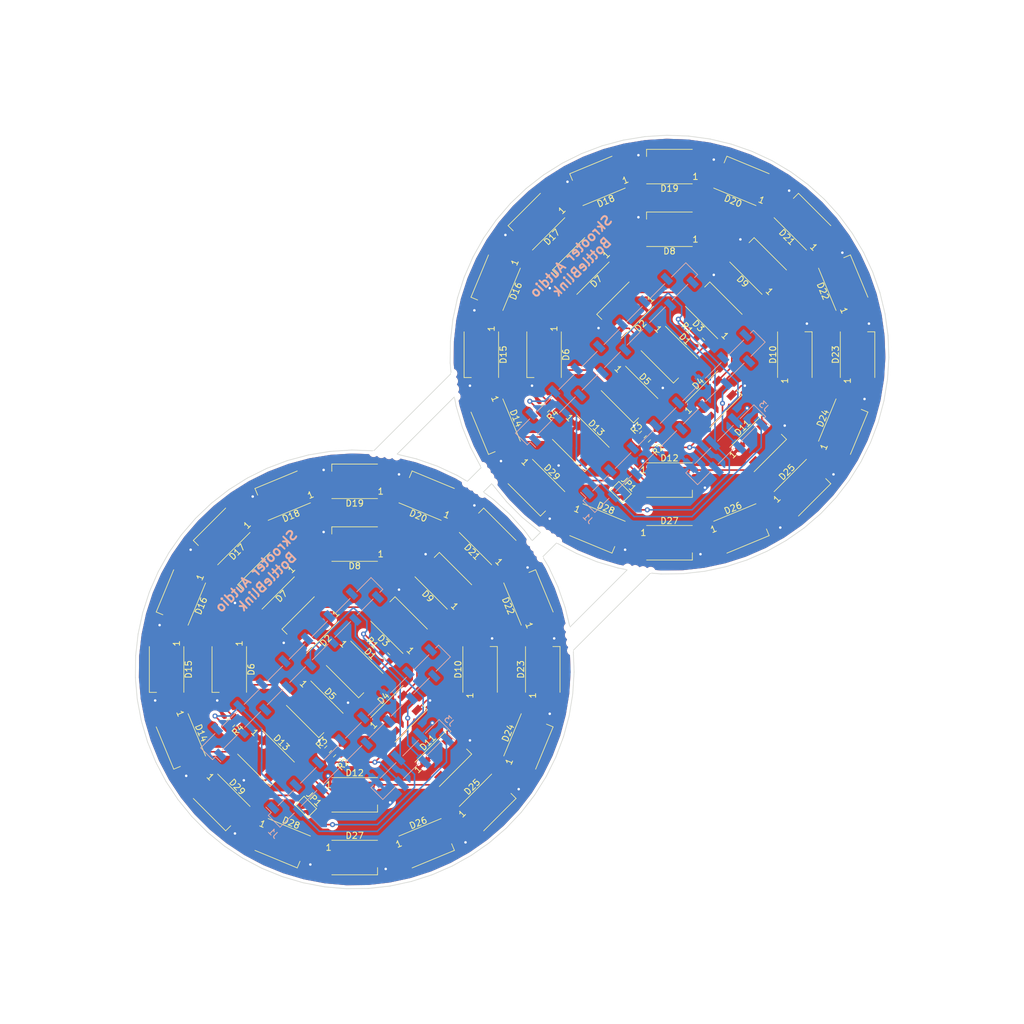
<source format=kicad_pcb>
(kicad_pcb (version 20171130) (host pcbnew 5.1.9-73d0e3b20d~88~ubuntu20.04.1)
  (layers (0 F.Cu signal) (31 B.Cu signal) (34 B.Paste user) (35 F.Paste user) (36 B.SilkS user) (37 F.SilkS user hide) (38 B.Mask user) (39 F.Mask user) (44 Edge.Cuts user))
  (net 0 "")
  (net 1 Board_1-+5V)
  (net 2 Board_1-/Adc5V)
  (net 3 Board_1-/LedIn)
  (net 4 Board_1-/LedOut)
  (net 5 Board_1-GND)
  (net 6 "Board_1-Net-(D1-Pad2)")
  (net 7 "Board_1-Net-(D1-Pad4)")
  (net 8 "Board_1-Net-(D10-Pad2)")
  (net 9 "Board_1-Net-(D10-Pad4)")
  (net 10 "Board_1-Net-(D11-Pad2)")
  (net 11 "Board_1-Net-(D12-Pad2)")
  (net 12 "Board_1-Net-(D13-Pad2)")
  (net 13 "Board_1-Net-(D14-Pad2)")
  (net 14 "Board_1-Net-(D15-Pad2)")
  (net 15 "Board_1-Net-(D16-Pad2)")
  (net 16 "Board_1-Net-(D17-Pad2)")
  (net 17 "Board_1-Net-(D18-Pad2)")
  (net 18 "Board_1-Net-(D19-Pad2)")
  (net 19 "Board_1-Net-(D2-Pad2)")
  (net 20 "Board_1-Net-(D20-Pad2)")
  (net 21 "Board_1-Net-(D21-Pad2)")
  (net 22 "Board_1-Net-(D22-Pad2)")
  (net 23 "Board_1-Net-(D23-Pad2)")
  (net 24 "Board_1-Net-(D24-Pad2)")
  (net 25 "Board_1-Net-(D25-Pad2)")
  (net 26 "Board_1-Net-(D26-Pad2)")
  (net 27 "Board_1-Net-(D27-Pad2)")
  (net 28 "Board_1-Net-(D28-Pad2)")
  (net 29 "Board_1-Net-(D3-Pad2)")
  (net 30 "Board_1-Net-(D4-Pad2)")
  (net 31 "Board_1-Net-(D5-Pad2)")
  (net 32 "Board_1-Net-(D6-Pad2)")
  (net 33 "Board_1-Net-(D7-Pad2)")
  (net 34 "Board_1-Net-(D8-Pad2)")
  (net 35 "Board_1-Net-(J1-Pad1)")
  (net 36 "Board_1-Net-(J1-Pad10)")
  (net 37 "Board_1-Net-(J1-Pad11)")
  (net 38 "Board_1-Net-(J1-Pad12)")
  (net 39 "Board_1-Net-(J1-Pad13)")
  (net 40 "Board_1-Net-(J1-Pad14)")
  (net 41 "Board_1-Net-(J1-Pad15)")
  (net 42 "Board_1-Net-(J1-Pad16)")
  (net 43 "Board_1-Net-(J1-Pad17)")
  (net 44 "Board_1-Net-(J1-Pad18)")
  (net 45 "Board_1-Net-(J1-Pad2)")
  (net 46 "Board_1-Net-(J1-Pad21)")
  (net 47 "Board_1-Net-(J1-Pad22)")
  (net 48 "Board_1-Net-(J1-Pad23)")
  (net 49 "Board_1-Net-(J1-Pad24)")
  (net 50 "Board_1-Net-(J1-Pad25)")
  (net 51 "Board_1-Net-(J1-Pad26)")
  (net 52 "Board_1-Net-(J1-Pad28)")
  (net 53 "Board_1-Net-(J1-Pad29)")
  (net 54 "Board_1-Net-(J1-Pad3)")
  (net 55 "Board_1-Net-(J1-Pad30)")
  (net 56 "Board_1-Net-(J1-Pad5)")
  (net 57 "Board_1-Net-(J1-Pad6)")
  (net 58 "Board_1-Net-(J1-Pad7)")
  (net 59 "Board_1-Net-(J1-Pad8)")
  (net 60 Board_2-+5V)
  (net 61 Board_2-/Adc5V)
  (net 62 Board_2-/LedIn)
  (net 63 Board_2-/LedOut)
  (net 64 Board_2-GND)
  (net 65 "Board_2-Net-(D1-Pad2)")
  (net 66 "Board_2-Net-(D1-Pad4)")
  (net 67 "Board_2-Net-(D10-Pad2)")
  (net 68 "Board_2-Net-(D10-Pad4)")
  (net 69 "Board_2-Net-(D11-Pad2)")
  (net 70 "Board_2-Net-(D12-Pad2)")
  (net 71 "Board_2-Net-(D13-Pad2)")
  (net 72 "Board_2-Net-(D14-Pad2)")
  (net 73 "Board_2-Net-(D15-Pad2)")
  (net 74 "Board_2-Net-(D16-Pad2)")
  (net 75 "Board_2-Net-(D17-Pad2)")
  (net 76 "Board_2-Net-(D18-Pad2)")
  (net 77 "Board_2-Net-(D19-Pad2)")
  (net 78 "Board_2-Net-(D2-Pad2)")
  (net 79 "Board_2-Net-(D20-Pad2)")
  (net 80 "Board_2-Net-(D21-Pad2)")
  (net 81 "Board_2-Net-(D22-Pad2)")
  (net 82 "Board_2-Net-(D23-Pad2)")
  (net 83 "Board_2-Net-(D24-Pad2)")
  (net 84 "Board_2-Net-(D25-Pad2)")
  (net 85 "Board_2-Net-(D26-Pad2)")
  (net 86 "Board_2-Net-(D27-Pad2)")
  (net 87 "Board_2-Net-(D28-Pad2)")
  (net 88 "Board_2-Net-(D3-Pad2)")
  (net 89 "Board_2-Net-(D4-Pad2)")
  (net 90 "Board_2-Net-(D5-Pad2)")
  (net 91 "Board_2-Net-(D6-Pad2)")
  (net 92 "Board_2-Net-(D7-Pad2)")
  (net 93 "Board_2-Net-(D8-Pad2)")
  (net 94 "Board_2-Net-(J1-Pad1)")
  (net 95 "Board_2-Net-(J1-Pad10)")
  (net 96 "Board_2-Net-(J1-Pad11)")
  (net 97 "Board_2-Net-(J1-Pad12)")
  (net 98 "Board_2-Net-(J1-Pad13)")
  (net 99 "Board_2-Net-(J1-Pad14)")
  (net 100 "Board_2-Net-(J1-Pad15)")
  (net 101 "Board_2-Net-(J1-Pad16)")
  (net 102 "Board_2-Net-(J1-Pad17)")
  (net 103 "Board_2-Net-(J1-Pad18)")
  (net 104 "Board_2-Net-(J1-Pad2)")
  (net 105 "Board_2-Net-(J1-Pad21)")
  (net 106 "Board_2-Net-(J1-Pad22)")
  (net 107 "Board_2-Net-(J1-Pad23)")
  (net 108 "Board_2-Net-(J1-Pad24)")
  (net 109 "Board_2-Net-(J1-Pad25)")
  (net 110 "Board_2-Net-(J1-Pad26)")
  (net 111 "Board_2-Net-(J1-Pad28)")
  (net 112 "Board_2-Net-(J1-Pad29)")
  (net 113 "Board_2-Net-(J1-Pad3)")
  (net 114 "Board_2-Net-(J1-Pad30)")
  (net 115 "Board_2-Net-(J1-Pad5)")
  (net 116 "Board_2-Net-(J1-Pad6)")
  (net 117 "Board_2-Net-(J1-Pad7)")
  (net 118 "Board_2-Net-(J1-Pad8)")
  (module NPTH (layer F.Cu) (at 138.921134 93.956868 45)
    (fp_text reference REF** hide)
    (fp_text value NPTH hide)
    (pad "" np_thru_hole circle (at 0 0 45) (size 0.5 0.5) (drill 0.5) (layers *.Cu))
  )
  (module NPTH (layer F.Cu) (at 140.144722 94.188384 45)
    (fp_text reference REF** hide)
    (fp_text value NPTH hide)
    (pad "" np_thru_hole circle (at 0 0 45) (size 0.5 0.5) (drill 0.5) (layers *.Cu))
  )
  (module NPTH (layer F.Cu) (at 141.375475 94.367977 45)
    (fp_text reference REF** hide)
    (fp_text value NPTH hide)
    (pad "" np_thru_hole circle (at 0 0 45) (size 0.5 0.5) (drill 0.5) (layers *.Cu))
  )
  (module NPTH (layer F.Cu) (at 142.616034 94.476515 45)
    (fp_text reference REF** hide)
    (fp_text value NPTH hide)
    (pad "" np_thru_hole circle (at 0 0 45) (size 0.5 0.5) (drill 0.5) (layers *.Cu))
  )
  (module NPTH (layer F.Cu) (at 125.197116 88.011006 45)
    (fp_text reference REF** hide)
    (fp_text value NPTH hide)
    (pad "" np_thru_hole circle (at 0 0 45) (size 0.5 0.5) (drill 0.5) (layers *.Cu))
  )
  (module NPTH (layer F.Cu) (at 126.047168 88.575168 45)
    (fp_text reference REF** hide)
    (fp_text value NPTH hide)
    (pad "" np_thru_hole circle (at 0 0 45) (size 0.5 0.5) (drill 0.5) (layers *.Cu))
  )
  (module NPTH (layer F.Cu) (at 126.897219 89.13933 45)
    (fp_text reference REF** hide)
    (fp_text value NPTH hide)
    (pad "" np_thru_hole circle (at 0 0 45) (size 0.5 0.5) (drill 0.5) (layers *.Cu))
  )
  (module NPTH (layer F.Cu) (at 127.747271 89.703491 45)
    (fp_text reference REF** hide)
    (fp_text value NPTH hide)
    (pad "" np_thru_hole circle (at 0 0 45) (size 0.5 0.5) (drill 0.5) (layers *.Cu))
  )
  (module NPTH (layer F.Cu) (at 115.79651 77.752731 45)
    (fp_text reference REF** hide)
    (fp_text value NPTH hide)
    (pad "" np_thru_hole circle (at 0 0 45) (size 0.5 0.5) (drill 0.5) (layers *.Cu))
  )
  (module NPTH (layer F.Cu) (at 116.360672 78.602783 45)
    (fp_text reference REF** hide)
    (fp_text value NPTH hide)
    (pad "" np_thru_hole circle (at 0 0 45) (size 0.5 0.5) (drill 0.5) (layers *.Cu))
  )
  (module NPTH (layer F.Cu) (at 116.924834 79.452834 45)
    (fp_text reference REF** hide)
    (fp_text value NPTH hide)
    (pad "" np_thru_hole circle (at 0 0 45) (size 0.5 0.5) (drill 0.5) (layers *.Cu))
  )
  (module NPTH (layer F.Cu) (at 117.488996 80.302885 45)
    (fp_text reference REF** hide)
    (fp_text value NPTH hide)
    (pad "" np_thru_hole circle (at 0 0 45) (size 0.5 0.5) (drill 0.5) (layers *.Cu))
  )
  (module NPTH (layer F.Cu) (at 111.023487 62.883968 45)
    (fp_text reference REF** hide)
    (fp_text value NPTH hide)
    (pad "" np_thru_hole circle (at 0 0 45) (size 0.5 0.5) (drill 0.5) (layers *.Cu))
  )
  (module NPTH (layer F.Cu) (at 111.132025 64.124526 45)
    (fp_text reference REF** hide)
    (fp_text value NPTH hide)
    (pad "" np_thru_hole circle (at 0 0 45) (size 0.5 0.5) (drill 0.5) (layers *.Cu))
  )
  (module NPTH (layer F.Cu) (at 111.311618 65.355278 45)
    (fp_text reference REF** hide)
    (fp_text value NPTH hide)
    (pad "" np_thru_hole circle (at 0 0 45) (size 0.5 0.5) (drill 0.5) (layers *.Cu))
  )
  (module NPTH (layer F.Cu) (at 111.543134 66.578867 45)
    (fp_text reference REF** hide)
    (fp_text value NPTH hide)
    (pad "" np_thru_hole circle (at 0 0 45) (size 0.5 0.5) (drill 0.5) (layers *.Cu))
  )
  (module NPTH (layer F.Cu) (at 130.017958 107.088354 45)
    (fp_text reference REF** hide)
    (fp_text value NPTH hide)
    (pad "" np_thru_hole circle (at 0 0 45) (size 0.5 0.5) (drill 0.5) (layers *.Cu))
  )
  (module NPTH (layer F.Cu) (at 129.848494 105.859715 45)
    (fp_text reference REF** hide)
    (fp_text value NPTH hide)
    (pad "" np_thru_hole circle (at 0 0 45) (size 0.5 0.5) (drill 0.5) (layers *.Cu))
  )
  (module NPTH (layer F.Cu) (at 129.67903 104.631077 45)
    (fp_text reference REF** hide)
    (fp_text value NPTH hide)
    (pad "" np_thru_hole circle (at 0 0 45) (size 0.5 0.5) (drill 0.5) (layers *.Cu))
  )
  (module NPTH (layer F.Cu) (at 129.485889 103.406918 45)
    (fp_text reference REF** hide)
    (fp_text value NPTH hide)
    (pad "" np_thru_hole circle (at 0 0 45) (size 0.5 0.5) (drill 0.5) (layers *.Cu))
  )
  (module NPTH (layer F.Cu) (at 125.170187 92.263388 45)
    (fp_text reference REF** hide)
    (fp_text value NPTH hide)
    (pad "" np_thru_hole circle (at 0 0 45) (size 0.5 0.5) (drill 0.5) (layers *.Cu))
  )
  (module NPTH (layer F.Cu) (at 124.652418 91.39186 45)
    (fp_text reference REF** hide)
    (fp_text value NPTH hide)
    (pad "" np_thru_hole circle (at 0 0 45) (size 0.5 0.5) (drill 0.5) (layers *.Cu))
  )
  (module NPTH (layer F.Cu) (at 124.099317 90.54378 45)
    (fp_text reference REF** hide)
    (fp_text value NPTH hide)
    (pad "" np_thru_hole circle (at 0 0 45) (size 0.5 0.5) (drill 0.5) (layers *.Cu))
  )
  (module NPTH (layer F.Cu) (at 123.497347 89.728134 45)
    (fp_text reference REF** hide)
    (fp_text value NPTH hide)
    (pad "" np_thru_hole circle (at 0 0 45) (size 0.5 0.5) (drill 0.5) (layers *.Cu))
  )
  (module NPTH (layer F.Cu) (at 115.771867 82.002655 45)
    (fp_text reference REF** hide)
    (fp_text value NPTH hide)
    (pad "" np_thru_hole circle (at 0 0 45) (size 0.5 0.5) (drill 0.5) (layers *.Cu))
  )
  (module NPTH (layer F.Cu) (at 114.956221 81.400685 45)
    (fp_text reference REF** hide)
    (fp_text value NPTH hide)
    (pad "" np_thru_hole circle (at 0 0 45) (size 0.5 0.5) (drill 0.5) (layers *.Cu))
  )
  (module NPTH (layer F.Cu) (at 114.108141 80.847584 45)
    (fp_text reference REF** hide)
    (fp_text value NPTH hide)
    (pad "" np_thru_hole circle (at 0 0 45) (size 0.5 0.5) (drill 0.5) (layers *.Cu))
  )
  (module NPTH (layer F.Cu) (at 113.236613 80.329815 45)
    (fp_text reference REF** hide)
    (fp_text value NPTH hide)
    (pad "" np_thru_hole circle (at 0 0 45) (size 0.5 0.5) (drill 0.5) (layers *.Cu))
  )
  (module NPTH (layer F.Cu) (at 102.093083 76.014113 45)
    (fp_text reference REF** hide)
    (fp_text value NPTH hide)
    (pad "" np_thru_hole circle (at 0 0 45) (size 0.5 0.5) (drill 0.5) (layers *.Cu))
  )
  (module NPTH (layer F.Cu) (at 100.868924 75.820972 45)
    (fp_text reference REF** hide)
    (fp_text value NPTH hide)
    (pad "" np_thru_hole circle (at 0 0 45) (size 0.5 0.5) (drill 0.5) (layers *.Cu))
  )
  (module NPTH (layer F.Cu) (at 99.640286 75.651508 45)
    (fp_text reference REF** hide)
    (fp_text value NPTH hide)
    (pad "" np_thru_hole circle (at 0 0 45) (size 0.5 0.5) (drill 0.5) (layers *.Cu))
  )
  (module NPTH (layer F.Cu) (at 98.411648 75.482044 45)
    (fp_text reference REF** hide)
    (fp_text value NPTH hide)
    (pad "" np_thru_hole circle (at 0 0 45) (size 0.5 0.5) (drill 0.5) (layers *.Cu))
  )
  (module LED_SMD:LED_WS2812B_PLCC4_5.0x5.0mm_P3.2mm (layer F.Cu) (at 152.673361 52.826642 135)
    (fp_text reference D3 (at 0 -3.5 135) (layer F.SilkS))
    (fp_text value WS2812B)
    (fp_text user 1 (at -4.15 -1.6 135) (layer F.SilkS))
    (pad 3 smd rect (at 2.45 1.6 135) (size 1.5 1) (layers F.Cu F.Paste F.Mask) (net 64 Board_2-GND))
    (pad 4 smd rect (at 2.45 -1.6 135) (size 1.5 1) (layers F.Cu F.Paste F.Mask) (net 78 "Board_2-Net-(D2-Pad2)"))
    (pad 2 smd rect (at -2.45 1.6 135) (size 1.5 1) (layers F.Cu F.Paste F.Mask) (net 88 "Board_2-Net-(D3-Pad2)"))
    (pad 1 smd rect (at -2.45 -1.6 135) (size 1.5 1) (layers F.Cu F.Paste F.Mask) (net 60 Board_2-+5V))
  )
  (module LED_SMD:LED_WS2812B_PLCC4_5.0x5.0mm_P3.2mm (layer F.Cu) (at 152.673361 66.968777 45)
    (fp_text reference D4 (at 0 -3.5 45) (layer F.SilkS))
    (fp_text value WS2812B)
    (fp_text user 1 (at -4.15 -1.6 45) (layer F.SilkS))
    (pad 3 smd rect (at 2.45 1.6 45) (size 1.5 1) (layers F.Cu F.Paste F.Mask) (net 64 Board_2-GND))
    (pad 4 smd rect (at 2.45 -1.6 45) (size 1.5 1) (layers F.Cu F.Paste F.Mask) (net 88 "Board_2-Net-(D3-Pad2)"))
    (pad 2 smd rect (at -2.45 1.6 45) (size 1.5 1) (layers F.Cu F.Paste F.Mask) (net 89 "Board_2-Net-(D4-Pad2)"))
    (pad 1 smd rect (at -2.45 -1.6 45) (size 1.5 1) (layers F.Cu F.Paste F.Mask) (net 60 Board_2-+5V))
  )
  (module LED_SMD:LED_WS2812B_PLCC4_5.0x5.0mm_P3.2mm (layer F.Cu) (at 139.238332 66.261671 315)
    (fp_text reference D5 (at 0 -3.5 135) (layer F.SilkS))
    (fp_text value WS2812B)
    (fp_text user 1 (at -4.15 -1.6 135) (layer F.SilkS))
    (pad 3 smd rect (at 2.45 1.6 315) (size 1.5 1) (layers F.Cu F.Paste F.Mask) (net 64 Board_2-GND))
    (pad 4 smd rect (at 2.45 -1.6 315) (size 1.5 1) (layers F.Cu F.Paste F.Mask) (net 89 "Board_2-Net-(D4-Pad2)"))
    (pad 2 smd rect (at -2.45 1.6 315) (size 1.5 1) (layers F.Cu F.Paste F.Mask) (net 90 "Board_2-Net-(D5-Pad2)"))
    (pad 1 smd rect (at -2.45 -1.6 315) (size 1.5 1) (layers F.Cu F.Paste F.Mask) (net 60 Board_2-+5V))
  )
  (module LED_SMD:LED_WS2812B_PLCC4_5.0x5.0mm_P3.2mm (layer F.Cu) (at 125.602287 59.89771 270)
    (fp_text reference D6 (at 0 -3.5 90) (layer F.SilkS))
    (fp_text value WS2812B)
    (fp_text user 1 (at -4.15 -1.6 90) (layer F.SilkS))
    (pad 3 smd rect (at 2.45 1.6 270) (size 1.5 1) (layers F.Cu F.Paste F.Mask) (net 64 Board_2-GND))
    (pad 4 smd rect (at 2.45 -1.6 270) (size 1.5 1) (layers F.Cu F.Paste F.Mask) (net 90 "Board_2-Net-(D5-Pad2)"))
    (pad 2 smd rect (at -2.45 1.6 270) (size 1.5 1) (layers F.Cu F.Paste F.Mask) (net 91 "Board_2-Net-(D6-Pad2)"))
    (pad 1 smd rect (at -2.45 -1.6 270) (size 1.5 1) (layers F.Cu F.Paste F.Mask) (net 60 Board_2-+5V))
  )
  (module LED_SMD:LED_WS2812B_PLCC4_5.0x5.0mm_P3.2mm (layer F.Cu) (at 131.460158 45.755574 225)
    (fp_text reference D7 (at 0 -3.5 45) (layer F.SilkS))
    (fp_text value WS2812B)
    (fp_text user 1 (at -4.15 -1.6 45) (layer F.SilkS))
    (pad 3 smd rect (at 2.45 1.6 225) (size 1.5 1) (layers F.Cu F.Paste F.Mask) (net 64 Board_2-GND))
    (pad 4 smd rect (at 2.45 -1.6 225) (size 1.5 1) (layers F.Cu F.Paste F.Mask) (net 91 "Board_2-Net-(D6-Pad2)"))
    (pad 2 smd rect (at -2.45 1.6 225) (size 1.5 1) (layers F.Cu F.Paste F.Mask) (net 92 "Board_2-Net-(D7-Pad2)"))
    (pad 1 smd rect (at -2.45 -1.6 225) (size 1.5 1) (layers F.Cu F.Paste F.Mask) (net 60 Board_2-+5V))
  )
  (module LED_SMD:LED_WS2812B_PLCC4_5.0x5.0mm_P3.2mm (layer F.Cu) (at 145.602293 39.897703 180)
    (fp_text reference D8 (at 0 -3.5) (layer F.SilkS))
    (fp_text value WS2812B)
    (fp_text user 1 (at -4.15 -1.6) (layer F.SilkS))
    (pad 3 smd rect (at 2.45 1.6 180) (size 1.5 1) (layers F.Cu F.Paste F.Mask) (net 64 Board_2-GND))
    (pad 4 smd rect (at 2.45 -1.6 180) (size 1.5 1) (layers F.Cu F.Paste F.Mask) (net 92 "Board_2-Net-(D7-Pad2)"))
    (pad 2 smd rect (at -2.45 1.6 180) (size 1.5 1) (layers F.Cu F.Paste F.Mask) (net 93 "Board_2-Net-(D8-Pad2)"))
    (pad 1 smd rect (at -2.45 -1.6 180) (size 1.5 1) (layers F.Cu F.Paste F.Mask) (net 60 Board_2-+5V))
  )
  (module LED_SMD:LED_WS2812B_PLCC4_5.0x5.0mm_P3.2mm (layer F.Cu) (at 159.744429 45.755574 135)
    (fp_text reference D9 (at 0 -3.5 135) (layer F.SilkS))
    (fp_text value WS2812B)
    (fp_text user 1 (at -4.15 -1.6 135) (layer F.SilkS))
    (pad 3 smd rect (at 2.45 1.6 135) (size 1.5 1) (layers F.Cu F.Paste F.Mask) (net 64 Board_2-GND))
    (pad 4 smd rect (at 2.45 -1.6 135) (size 1.5 1) (layers F.Cu F.Paste F.Mask) (net 93 "Board_2-Net-(D8-Pad2)"))
    (pad 2 smd rect (at -2.45 1.6 135) (size 1.5 1) (layers F.Cu F.Paste F.Mask) (net 68 "Board_2-Net-(D10-Pad4)"))
    (pad 1 smd rect (at -2.45 -1.6 135) (size 1.5 1) (layers F.Cu F.Paste F.Mask) (net 60 Board_2-+5V))
  )
  (module LED_SMD:LED_WS2812B_PLCC4_5.0x5.0mm_P3.2mm (layer F.Cu) (at 145.602293 59.89771 315)
    (fp_text reference D1 (at 0 -3.5 135) (layer F.SilkS))
    (fp_text value WS2812B)
    (fp_text user 1 (at -4.15 -1.6 135) (layer F.SilkS))
    (pad 3 smd rect (at 2.45 1.6 315) (size 1.5 1) (layers F.Cu F.Paste F.Mask) (net 64 Board_2-GND))
    (pad 4 smd rect (at 2.45 -1.6 315) (size 1.5 1) (layers F.Cu F.Paste F.Mask) (net 66 "Board_2-Net-(D1-Pad4)"))
    (pad 2 smd rect (at -2.45 1.6 315) (size 1.5 1) (layers F.Cu F.Paste F.Mask) (net 65 "Board_2-Net-(D1-Pad2)"))
    (pad 1 smd rect (at -2.45 -1.6 315) (size 1.5 1) (layers F.Cu F.Paste F.Mask) (net 60 Board_2-+5V))
  )
  (module LED_SMD:LED_WS2812B_PLCC4_5.0x5.0mm_P3.2mm (layer F.Cu) (at 159.744429 74.039845 45)
    (fp_text reference D11 (at 0 -3.5 45) (layer F.SilkS))
    (fp_text value WS2812B)
    (fp_text user 1 (at -4.15 -1.6 45) (layer F.SilkS))
    (pad 3 smd rect (at 2.45 1.6 45) (size 1.5 1) (layers F.Cu F.Paste F.Mask) (net 64 Board_2-GND))
    (pad 4 smd rect (at 2.45 -1.6 45) (size 1.5 1) (layers F.Cu F.Paste F.Mask) (net 67 "Board_2-Net-(D10-Pad2)"))
    (pad 2 smd rect (at -2.45 1.6 45) (size 1.5 1) (layers F.Cu F.Paste F.Mask) (net 69 "Board_2-Net-(D11-Pad2)"))
    (pad 1 smd rect (at -2.45 -1.6 45) (size 1.5 1) (layers F.Cu F.Paste F.Mask) (net 60 Board_2-+5V))
  )
  (module LED_SMD:LED_WS2812B_PLCC4_5.0x5.0mm_P3.2mm (layer F.Cu) (at 138.531226 52.826642 225)
    (fp_text reference D2 (at 0 -3.5 45) (layer F.SilkS))
    (fp_text value WS2812B)
    (fp_text user 1 (at -4.15 -1.6 45) (layer F.SilkS))
    (pad 3 smd rect (at 2.45 1.6 225) (size 1.5 1) (layers F.Cu F.Paste F.Mask) (net 64 Board_2-GND))
    (pad 4 smd rect (at 2.45 -1.6 225) (size 1.5 1) (layers F.Cu F.Paste F.Mask) (net 65 "Board_2-Net-(D1-Pad2)"))
    (pad 2 smd rect (at -2.45 1.6 225) (size 1.5 1) (layers F.Cu F.Paste F.Mask) (net 78 "Board_2-Net-(D2-Pad2)"))
    (pad 1 smd rect (at -2.45 -1.6 225) (size 1.5 1) (layers F.Cu F.Paste F.Mask) (net 60 Board_2-+5V))
  )
  (module LED_SMD:LED_WS2812B_PLCC4_5.0x5.0mm_P3.2mm (layer F.Cu) (at 145.602293 79.897716)
    (fp_text reference D12 (at 0 -3.5) (layer F.SilkS))
    (fp_text value WS2812B)
    (fp_text user 1 (at -4.15 -1.6) (layer F.SilkS))
    (pad 3 smd rect (at 2.45 1.6) (size 1.5 1) (layers F.Cu F.Paste F.Mask) (net 64 Board_2-GND))
    (pad 4 smd rect (at 2.45 -1.6) (size 1.5 1) (layers F.Cu F.Paste F.Mask) (net 69 "Board_2-Net-(D11-Pad2)"))
    (pad 2 smd rect (at -2.45 1.6) (size 1.5 1) (layers F.Cu F.Paste F.Mask) (net 70 "Board_2-Net-(D12-Pad2)"))
    (pad 1 smd rect (at -2.45 -1.6) (size 1.5 1) (layers F.Cu F.Paste F.Mask) (net 60 Board_2-+5V))
  )
  (module LED_SMD:LED_WS2812B_PLCC4_5.0x5.0mm_P3.2mm (layer F.Cu) (at 131.460158 74.039845 315)
    (fp_text reference D13 (at 0 -3.5 135) (layer F.SilkS))
    (fp_text value WS2812B)
    (fp_text user 1 (at -4.15 -1.6 135) (layer F.SilkS))
    (pad 3 smd rect (at 2.45 1.6 315) (size 1.5 1) (layers F.Cu F.Paste F.Mask) (net 64 Board_2-GND))
    (pad 4 smd rect (at 2.45 -1.6 315) (size 1.5 1) (layers F.Cu F.Paste F.Mask) (net 70 "Board_2-Net-(D12-Pad2)"))
    (pad 2 smd rect (at -2.45 1.6 315) (size 1.5 1) (layers F.Cu F.Paste F.Mask) (net 71 "Board_2-Net-(D13-Pad2)"))
    (pad 1 smd rect (at -2.45 -1.6 315) (size 1.5 1) (layers F.Cu F.Paste F.Mask) (net 60 Board_2-+5V))
  )
  (module LED_SMD:LED_WS2812B_PLCC4_5.0x5.0mm_P3.2mm (layer F.Cu) (at 117.885907 71.378217 292.5)
    (fp_text reference D14 (at 0 -3.5 112.5) (layer F.SilkS))
    (fp_text value WS2812B)
    (fp_text user 1 (at -4.15 -1.599999 112.5) (layer F.SilkS))
    (pad 3 smd rect (at 2.45 1.6 292.5) (size 1.5 1) (layers F.Cu F.Paste F.Mask) (net 64 Board_2-GND))
    (pad 4 smd rect (at 2.45 -1.6 292.5) (size 1.5 1) (layers F.Cu F.Paste F.Mask) (net 71 "Board_2-Net-(D13-Pad2)"))
    (pad 2 smd rect (at -2.45 1.6 292.5) (size 1.5 1) (layers F.Cu F.Paste F.Mask) (net 72 "Board_2-Net-(D14-Pad2)"))
    (pad 1 smd rect (at -2.45 -1.6 292.5) (size 1.5 1) (layers F.Cu F.Paste F.Mask) (net 60 Board_2-+5V))
  )
  (module LED_SMD:LED_WS2812B_PLCC4_5.0x5.0mm_P3.2mm (layer F.Cu) (at 115.602298 59.89771 270)
    (fp_text reference D15 (at 0 -3.5 90) (layer F.SilkS))
    (fp_text value WS2812B)
    (fp_text user 1 (at -4.15 -1.6 90) (layer F.SilkS))
    (pad 3 smd rect (at 2.45 1.6 270) (size 1.5 1) (layers F.Cu F.Paste F.Mask) (net 64 Board_2-GND))
    (pad 4 smd rect (at 2.45 -1.6 270) (size 1.5 1) (layers F.Cu F.Paste F.Mask) (net 72 "Board_2-Net-(D14-Pad2)"))
    (pad 2 smd rect (at -2.45 1.6 270) (size 1.5 1) (layers F.Cu F.Paste F.Mask) (net 73 "Board_2-Net-(D15-Pad2)"))
    (pad 1 smd rect (at -2.45 -1.6 270) (size 1.5 1) (layers F.Cu F.Paste F.Mask) (net 60 Board_2-+5V))
  )
  (module LED_SMD:LED_WS2812B_PLCC4_5.0x5.0mm_P3.2mm (layer F.Cu) (at 117.885907 48.417202 247.5)
    (fp_text reference D16 (at 0 -3.5 67.5) (layer F.SilkS))
    (fp_text value WS2812B)
    (fp_text user 1 (at -4.15 -1.6 67.5) (layer F.SilkS))
    (pad 3 smd rect (at 2.45 1.6 247.5) (size 1.5 1) (layers F.Cu F.Paste F.Mask) (net 64 Board_2-GND))
    (pad 4 smd rect (at 2.45 -1.6 247.5) (size 1.5 1) (layers F.Cu F.Paste F.Mask) (net 73 "Board_2-Net-(D15-Pad2)"))
    (pad 2 smd rect (at -2.45 1.6 247.5) (size 1.5 1) (layers F.Cu F.Paste F.Mask) (net 74 "Board_2-Net-(D16-Pad2)"))
    (pad 1 smd rect (at -2.45 -1.6 247.5) (size 1.5 1) (layers F.Cu F.Paste F.Mask) (net 60 Board_2-+5V))
  )
  (module LED_SMD:LED_WS2812B_PLCC4_5.0x5.0mm_P3.2mm (layer F.Cu) (at 124.38909 38.684506 225)
    (fp_text reference D17 (at 0 -3.5 45) (layer F.SilkS))
    (fp_text value WS2812B)
    (fp_text user 1 (at -4.15 -1.6 45) (layer F.SilkS))
    (pad 3 smd rect (at 2.45 1.6 225) (size 1.5 1) (layers F.Cu F.Paste F.Mask) (net 64 Board_2-GND))
    (pad 4 smd rect (at 2.45 -1.6 225) (size 1.5 1) (layers F.Cu F.Paste F.Mask) (net 74 "Board_2-Net-(D16-Pad2)"))
    (pad 2 smd rect (at -2.45 1.6 225) (size 1.5 1) (layers F.Cu F.Paste F.Mask) (net 75 "Board_2-Net-(D17-Pad2)"))
    (pad 1 smd rect (at -2.45 -1.6 225) (size 1.5 1) (layers F.Cu F.Paste F.Mask) (net 60 Board_2-+5V))
  )
  (module LED_SMD:LED_WS2812B_PLCC4_5.0x5.0mm_P3.2mm (layer F.Cu) (at 134.121786 32.181323 202.5)
    (fp_text reference D18 (at 0 -3.5 22.5) (layer F.SilkS))
    (fp_text value WS2812B)
    (fp_text user 1 (at -4.15 -1.599999 22.5) (layer F.SilkS))
    (pad 3 smd rect (at 2.45 1.6 202.5) (size 1.5 1) (layers F.Cu F.Paste F.Mask) (net 64 Board_2-GND))
    (pad 4 smd rect (at 2.45 -1.6 202.5) (size 1.5 1) (layers F.Cu F.Paste F.Mask) (net 75 "Board_2-Net-(D17-Pad2)"))
    (pad 2 smd rect (at -2.45 1.6 202.5) (size 1.5 1) (layers F.Cu F.Paste F.Mask) (net 76 "Board_2-Net-(D18-Pad2)"))
    (pad 1 smd rect (at -2.45 -1.6 202.5) (size 1.5 1) (layers F.Cu F.Paste F.Mask) (net 60 Board_2-+5V))
  )
  (module LED_SMD:LED_WS2812B_PLCC4_5.0x5.0mm_P3.2mm (layer F.Cu) (at 145.602293 29.897714 180)
    (fp_text reference D19 (at 0 -3.5) (layer F.SilkS))
    (fp_text value WS2812B)
    (fp_text user 1 (at -4.15 -1.6) (layer F.SilkS))
    (pad 3 smd rect (at 2.45 1.6 180) (size 1.5 1) (layers F.Cu F.Paste F.Mask) (net 64 Board_2-GND))
    (pad 4 smd rect (at 2.45 -1.6 180) (size 1.5 1) (layers F.Cu F.Paste F.Mask) (net 76 "Board_2-Net-(D18-Pad2)"))
    (pad 2 smd rect (at -2.45 1.6 180) (size 1.5 1) (layers F.Cu F.Paste F.Mask) (net 77 "Board_2-Net-(D19-Pad2)"))
    (pad 1 smd rect (at -2.45 -1.6 180) (size 1.5 1) (layers F.Cu F.Paste F.Mask) (net 60 Board_2-+5V))
  )
  (module LED_SMD:LED_WS2812B_PLCC4_5.0x5.0mm_P3.2mm (layer F.Cu) (at 165.6023 59.89771 90)
    (fp_text reference D10 (at 0 -3.5 90) (layer F.SilkS))
    (fp_text value WS2812B)
    (fp_text user 1 (at -4.15 -1.6 90) (layer F.SilkS))
    (pad 3 smd rect (at 2.45 1.6 90) (size 1.5 1) (layers F.Cu F.Paste F.Mask) (net 64 Board_2-GND))
    (pad 4 smd rect (at 2.45 -1.6 90) (size 1.5 1) (layers F.Cu F.Paste F.Mask) (net 68 "Board_2-Net-(D10-Pad4)"))
    (pad 2 smd rect (at -2.45 1.6 90) (size 1.5 1) (layers F.Cu F.Paste F.Mask) (net 67 "Board_2-Net-(D10-Pad2)"))
    (pad 1 smd rect (at -2.45 -1.6 90) (size 1.5 1) (layers F.Cu F.Paste F.Mask) (net 60 Board_2-+5V))
  )
  (module LED_SMD:LED_WS2812B_PLCC4_5.0x5.0mm_P3.2mm (layer F.Cu) (at 157.082801 32.181323 157.5)
    (fp_text reference D20 (at 0 -3.5 157.5) (layer F.SilkS))
    (fp_text value WS2812B)
    (fp_text user 1 (at -4.15 -1.6 157.5) (layer F.SilkS))
    (pad 3 smd rect (at 2.45 1.6 157.5) (size 1.5 1) (layers F.Cu F.Paste F.Mask) (net 64 Board_2-GND))
    (pad 4 smd rect (at 2.45 -1.6 157.5) (size 1.5 1) (layers F.Cu F.Paste F.Mask) (net 77 "Board_2-Net-(D19-Pad2)"))
    (pad 2 smd rect (at -2.45 1.6 157.5) (size 1.5 1) (layers F.Cu F.Paste F.Mask) (net 79 "Board_2-Net-(D20-Pad2)"))
    (pad 1 smd rect (at -2.45 -1.6 157.5) (size 1.5 1) (layers F.Cu F.Paste F.Mask) (net 60 Board_2-+5V))
  )
  (module LED_SMD:LED_WS2812B_PLCC4_5.0x5.0mm_P3.2mm (layer F.Cu) (at 166.815497 38.684506 135)
    (fp_text reference D21 (at 0 -3.5 135) (layer F.SilkS))
    (fp_text value WS2812B)
    (fp_text user 1 (at -4.15 -1.6 135) (layer F.SilkS))
    (pad 3 smd rect (at 2.45 1.6 135) (size 1.5 1) (layers F.Cu F.Paste F.Mask) (net 64 Board_2-GND))
    (pad 4 smd rect (at 2.45 -1.6 135) (size 1.5 1) (layers F.Cu F.Paste F.Mask) (net 79 "Board_2-Net-(D20-Pad2)"))
    (pad 2 smd rect (at -2.45 1.6 135) (size 1.5 1) (layers F.Cu F.Paste F.Mask) (net 80 "Board_2-Net-(D21-Pad2)"))
    (pad 1 smd rect (at -2.45 -1.6 135) (size 1.5 1) (layers F.Cu F.Paste F.Mask) (net 60 Board_2-+5V))
  )
  (module LED_SMD:LED_WS2812B_PLCC4_5.0x5.0mm_P3.2mm (layer F.Cu) (at 173.31868 48.417202 112.5)
    (fp_text reference D22 (at 0 -3.5 112.5) (layer F.SilkS))
    (fp_text value WS2812B)
    (fp_text user 1 (at -4.15 -1.599999 112.5) (layer F.SilkS))
    (pad 3 smd rect (at 2.45 1.6 112.5) (size 1.5 1) (layers F.Cu F.Paste F.Mask) (net 64 Board_2-GND))
    (pad 4 smd rect (at 2.45 -1.6 112.5) (size 1.5 1) (layers F.Cu F.Paste F.Mask) (net 80 "Board_2-Net-(D21-Pad2)"))
    (pad 2 smd rect (at -2.45 1.6 112.5) (size 1.5 1) (layers F.Cu F.Paste F.Mask) (net 81 "Board_2-Net-(D22-Pad2)"))
    (pad 1 smd rect (at -2.45 -1.6 112.5) (size 1.5 1) (layers F.Cu F.Paste F.Mask) (net 60 Board_2-+5V))
  )
  (module LED_SMD:LED_WS2812B_PLCC4_5.0x5.0mm_P3.2mm (layer F.Cu) (at 175.602289 59.89771 90)
    (fp_text reference D23 (at 0 -3.5 90) (layer F.SilkS))
    (fp_text value WS2812B)
    (fp_text user 1 (at -4.15 -1.6 90) (layer F.SilkS))
    (pad 3 smd rect (at 2.45 1.6 90) (size 1.5 1) (layers F.Cu F.Paste F.Mask) (net 64 Board_2-GND))
    (pad 4 smd rect (at 2.45 -1.6 90) (size 1.5 1) (layers F.Cu F.Paste F.Mask) (net 81 "Board_2-Net-(D22-Pad2)"))
    (pad 2 smd rect (at -2.45 1.6 90) (size 1.5 1) (layers F.Cu F.Paste F.Mask) (net 82 "Board_2-Net-(D23-Pad2)"))
    (pad 1 smd rect (at -2.45 -1.6 90) (size 1.5 1) (layers F.Cu F.Paste F.Mask) (net 60 Board_2-+5V))
  )
  (module LED_SMD:LED_WS2812B_PLCC4_5.0x5.0mm_P3.2mm (layer F.Cu) (at 173.31868 71.378217 67.5)
    (fp_text reference D24 (at 0 -3.5 67.5) (layer F.SilkS))
    (fp_text value WS2812B)
    (fp_text user 1 (at -4.15 -1.6 67.5) (layer F.SilkS))
    (pad 3 smd rect (at 2.45 1.6 67.5) (size 1.5 1) (layers F.Cu F.Paste F.Mask) (net 64 Board_2-GND))
    (pad 4 smd rect (at 2.45 -1.6 67.5) (size 1.5 1) (layers F.Cu F.Paste F.Mask) (net 82 "Board_2-Net-(D23-Pad2)"))
    (pad 2 smd rect (at -2.45 1.6 67.5) (size 1.5 1) (layers F.Cu F.Paste F.Mask) (net 83 "Board_2-Net-(D24-Pad2)"))
    (pad 1 smd rect (at -2.45 -1.6 67.5) (size 1.5 1) (layers F.Cu F.Paste F.Mask) (net 60 Board_2-+5V))
  )
  (module LED_SMD:LED_WS2812B_PLCC4_5.0x5.0mm_P3.2mm (layer F.Cu) (at 166.815497 81.110913 45)
    (fp_text reference D25 (at 0 -3.5 45) (layer F.SilkS))
    (fp_text value WS2812B)
    (fp_text user 1 (at -4.15 -1.6 45) (layer F.SilkS))
    (pad 3 smd rect (at 2.45 1.6 45) (size 1.5 1) (layers F.Cu F.Paste F.Mask) (net 64 Board_2-GND))
    (pad 4 smd rect (at 2.45 -1.6 45) (size 1.5 1) (layers F.Cu F.Paste F.Mask) (net 83 "Board_2-Net-(D24-Pad2)"))
    (pad 2 smd rect (at -2.45 1.6 45) (size 1.5 1) (layers F.Cu F.Paste F.Mask) (net 84 "Board_2-Net-(D25-Pad2)"))
    (pad 1 smd rect (at -2.45 -1.6 45) (size 1.5 1) (layers F.Cu F.Paste F.Mask) (net 60 Board_2-+5V))
  )
  (module LED_SMD:LED_WS2812B_PLCC4_5.0x5.0mm_P3.2mm (layer F.Cu) (at 157.082801 87.614096 22.5)
    (fp_text reference D26 (at 0 -3.5 22.5) (layer F.SilkS))
    (fp_text value WS2812B)
    (fp_text user 1 (at -4.15 -1.599999 22.5) (layer F.SilkS))
    (pad 3 smd rect (at 2.45 1.6 22.5) (size 1.5 1) (layers F.Cu F.Paste F.Mask) (net 64 Board_2-GND))
    (pad 4 smd rect (at 2.45 -1.6 22.5) (size 1.5 1) (layers F.Cu F.Paste F.Mask) (net 84 "Board_2-Net-(D25-Pad2)"))
    (pad 2 smd rect (at -2.45 1.6 22.5) (size 1.5 1) (layers F.Cu F.Paste F.Mask) (net 85 "Board_2-Net-(D26-Pad2)"))
    (pad 1 smd rect (at -2.45 -1.6 22.5) (size 1.5 1) (layers F.Cu F.Paste F.Mask) (net 60 Board_2-+5V))
  )
  (module LED_SMD:LED_WS2812B_PLCC4_5.0x5.0mm_P3.2mm (layer F.Cu) (at 145.602293 89.897705)
    (fp_text reference D27 (at 0 -3.5) (layer F.SilkS))
    (fp_text value WS2812B)
    (fp_text user 1 (at -4.15 -1.6) (layer F.SilkS))
    (pad 3 smd rect (at 2.45 1.6) (size 1.5 1) (layers F.Cu F.Paste F.Mask) (net 64 Board_2-GND))
    (pad 4 smd rect (at 2.45 -1.6) (size 1.5 1) (layers F.Cu F.Paste F.Mask) (net 85 "Board_2-Net-(D26-Pad2)"))
    (pad 2 smd rect (at -2.45 1.6) (size 1.5 1) (layers F.Cu F.Paste F.Mask) (net 86 "Board_2-Net-(D27-Pad2)"))
    (pad 1 smd rect (at -2.45 -1.6) (size 1.5 1) (layers F.Cu F.Paste F.Mask) (net 60 Board_2-+5V))
  )
  (module LED_SMD:LED_WS2812B_PLCC4_5.0x5.0mm_P3.2mm (layer F.Cu) (at 134.121786 87.614096 337.5)
    (fp_text reference D28 (at 0 -3.5 157.5) (layer F.SilkS))
    (fp_text value WS2812B)
    (fp_text user 1 (at -4.15 -1.6 157.5) (layer F.SilkS))
    (pad 3 smd rect (at 2.45 1.6 337.5) (size 1.5 1) (layers F.Cu F.Paste F.Mask) (net 64 Board_2-GND))
    (pad 4 smd rect (at 2.45 -1.6 337.5) (size 1.5 1) (layers F.Cu F.Paste F.Mask) (net 86 "Board_2-Net-(D27-Pad2)"))
    (pad 2 smd rect (at -2.45 1.6 337.5) (size 1.5 1) (layers F.Cu F.Paste F.Mask) (net 87 "Board_2-Net-(D28-Pad2)"))
    (pad 1 smd rect (at -2.45 -1.6 337.5) (size 1.5 1) (layers F.Cu F.Paste F.Mask) (net 60 Board_2-+5V))
  )
  (module LED_SMD:LED_WS2812B_PLCC4_5.0x5.0mm_P3.2mm (layer F.Cu) (at 124.38909 81.110913 315)
    (fp_text reference D29 (at 0 -3.5 135) (layer F.SilkS))
    (fp_text value WS2812B)
    (fp_text user 1 (at -4.15 -1.6 135) (layer F.SilkS))
    (pad 3 smd rect (at 2.45 1.6 315) (size 1.5 1) (layers F.Cu F.Paste F.Mask) (net 64 Board_2-GND))
    (pad 4 smd rect (at 2.45 -1.6 315) (size 1.5 1) (layers F.Cu F.Paste F.Mask) (net 87 "Board_2-Net-(D28-Pad2)"))
    (pad 2 smd rect (at -2.45 1.6 315) (size 1.5 1) (layers F.Cu F.Paste F.Mask) (net 63 Board_2-/LedOut))
    (pad 1 smd rect (at -2.45 -1.6 315) (size 1.5 1) (layers F.Cu F.Paste F.Mask) (net 60 Board_2-+5V))
  )
  (module Resistor_SMD:R_0603_1608Metric_Pad0.98x0.95mm_HandSolder (layer F.Cu) (at 150.670481 57.781693 135)
    (fp_text reference R1 (at 3.0875 -0.08 135) (layer F.SilkS))
    (fp_text value 22)
    (pad 1 smd roundrect (at -0.9125 0 135) (size 0.975 0.95) (layers F.Cu F.Paste F.Mask) (net 66 "Board_2-Net-(D1-Pad4)"))
    (pad 2 smd roundrect (at 0.9125 0 135) (size 0.975 0.95) (layers F.Cu F.Paste F.Mask) (net 62 Board_2-/LedIn))
  )
  (module Connector_PinHeader_2.54mm:PinHeader_1x06_P2.54mm_Vertical_SMD_Pin1Left (layer B.Cu) (at 154.579721 74.263291 135)
    (fp_text reference J3 (at 0 8.68 135) (layer B.SilkS) (effects (justify mirror)))
    (fp_text value Conn_01x06_Male)
    (pad 1 smd rect (at -1.655 6.35 135) (size 2.51 1) (layers B.Cu B.Paste B.Mask) (net 112 "Board_2-Net-(J1-Pad29)"))
    (pad 3 smd rect (at -1.655 1.27 135) (size 2.51 1) (layers B.Cu B.Paste B.Mask) (net 62 Board_2-/LedIn))
    (pad 5 smd rect (at -1.655 -3.81 135) (size 2.51 1) (layers B.Cu B.Paste B.Mask) (net 61 Board_2-/Adc5V))
    (pad 2 smd rect (at 1.655 3.81 135) (size 2.51 1) (layers B.Cu B.Paste B.Mask) (net 60 Board_2-+5V))
    (pad 4 smd rect (at 1.655 -1.27 135) (size 2.51 1) (layers B.Cu B.Paste B.Mask) (net 98 "Board_2-Net-(J1-Pad13)"))
    (pad 6 smd rect (at 1.655 -6.35 135) (size 2.51 1) (layers B.Cu B.Paste B.Mask) (net 64 Board_2-GND))
  )
  (module Resistor_SMD:R_0603_1608Metric_Pad0.98x0.95mm_HandSolder (layer F.Cu) (at 142.773866 74.039845 225)
    (fp_text reference R2 (at 0 -1.43 45) (layer F.SilkS))
    (fp_text value R)
    (pad 1 smd roundrect (at -0.9125 0 225) (size 0.975 0.95) (layers F.Cu F.Paste F.Mask) (net 60 Board_2-+5V))
    (pad 2 smd roundrect (at 0.9125 0 225) (size 0.975 0.95) (layers F.Cu F.Paste F.Mask) (net 61 Board_2-/Adc5V))
  )
  (module Resistor_SMD:R_0603_1608Metric_Pad0.98x0.95mm_HandSolder (layer F.Cu) (at 141.359653 72.625632 45)
    (fp_text reference R3 (at 0 -1.43 45) (layer F.SilkS))
    (fp_text value R)
    (pad 1 smd roundrect (at -0.9125 0 45) (size 0.975 0.95) (layers F.Cu F.Paste F.Mask) (net 61 Board_2-/Adc5V))
    (pad 2 smd roundrect (at 0.9125 0 45) (size 0.975 0.95) (layers F.Cu F.Paste F.Mask) (net 64 Board_2-GND))
  )
  (module Resistor_SMD:R_0805_2012Metric_Pad1.20x1.40mm_HandSolder (layer F.Cu) (at 125.803304 68.382991 225)
    (fp_text reference R4 (at 0 -1.65 45) (layer F.SilkS))
    (fp_text value 10m)
    (pad 1 smd roundrect (at -1 0 225) (size 1.2 1.4) (layers F.Cu F.Paste F.Mask) (roundrect_rratio 0.2083325) (net 64 Board_2-GND))
    (pad 2 smd roundrect (at 1 0 225) (size 1.2 1.4) (layers F.Cu F.Paste F.Mask) (roundrect_rratio 0.2083325) (net 112 "Board_2-Net-(J1-Pad29)"))
  )
  (module BottleBlink:ArduinoNanoSMD (layer B.Cu) (at 140.956602 65.151513 315)
    (fp_text reference J1 (at 8.89 20.65 135) (layer B.SilkS) (effects (justify mirror)))
    (fp_text value Arduino_Nano_v2.x)
    (pad 2 smd rect (at -9.27 15.24 315) (size 1.9 1) (layers B.Cu B.Paste B.Mask) (net 104 "Board_2-Net-(J1-Pad2)"))
    (pad 4 smd rect (at -9.27 10.16 315) (size 1.9 1) (layers B.Cu B.Paste B.Mask) (net 112 "Board_2-Net-(J1-Pad29)"))
    (pad 6 smd rect (at -9.27 5.08 315) (size 1.9 1) (layers B.Cu B.Paste B.Mask) (net 116 "Board_2-Net-(J1-Pad6)"))
    (pad 8 smd rect (at -9.27 0 315) (size 1.9 1) (layers B.Cu B.Paste B.Mask) (net 118 "Board_2-Net-(J1-Pad8)"))
    (pad 10 smd rect (at -9.27 -5.08 315) (size 1.9 1) (layers B.Cu B.Paste B.Mask) (net 95 "Board_2-Net-(J1-Pad10)"))
    (pad 12 smd rect (at -9.27 -10.16 315) (size 1.9 1) (layers B.Cu B.Paste B.Mask) (net 97 "Board_2-Net-(J1-Pad12)"))
    (pad 14 smd rect (at -9.27 -15.24 315) (size 1.9 1) (layers B.Cu B.Paste B.Mask) (net 99 "Board_2-Net-(J1-Pad14)"))
    (pad 1 smd rect (at -5.97 17.78 315) (size 1.9 1) (layers B.Cu B.Paste B.Mask) (net 94 "Board_2-Net-(J1-Pad1)"))
    (pad 3 smd rect (at -5.97 12.7 315) (size 1.9 1) (layers B.Cu B.Paste B.Mask) (net 113 "Board_2-Net-(J1-Pad3)"))
    (pad 5 smd rect (at -5.97 7.62 315) (size 1.9 1) (layers B.Cu B.Paste B.Mask) (net 115 "Board_2-Net-(J1-Pad5)"))
    (pad 7 smd rect (at -5.97 2.54 315) (size 1.9 1) (layers B.Cu B.Paste B.Mask) (net 117 "Board_2-Net-(J1-Pad7)"))
    (pad 9 smd rect (at -5.97 -2.54 315) (size 1.9 1) (layers B.Cu B.Paste B.Mask) (net 62 Board_2-/LedIn))
    (pad 11 smd rect (at -5.97 -7.62 315) (size 1.9 1) (layers B.Cu B.Paste B.Mask) (net 96 "Board_2-Net-(J1-Pad11)"))
    (pad 13 smd rect (at -5.97 -12.7 315) (size 1.9 1) (layers B.Cu B.Paste B.Mask) (net 98 "Board_2-Net-(J1-Pad13)"))
    (pad 15 smd rect (at -5.97 -17.78 315) (size 1.9 1) (layers B.Cu B.Paste B.Mask) (net 100 "Board_2-Net-(J1-Pad15)"))
    (pad 17 smd rect (at 9.27 -15.24 315) (size 1.9 1) (layers B.Cu B.Paste B.Mask) (net 102 "Board_2-Net-(J1-Pad17)"))
    (pad 23 smd rect (at 9.27 0 315) (size 1.9 1) (layers B.Cu B.Paste B.Mask) (net 107 "Board_2-Net-(J1-Pad23)"))
    (pad 29 smd rect (at 9.27 15.24 315) (size 1.9 1) (layers B.Cu B.Paste B.Mask) (net 112 "Board_2-Net-(J1-Pad29)"))
    (pad 27 smd rect (at 9.27 10.16 315) (size 1.9 1) (layers B.Cu B.Paste B.Mask) (net 60 Board_2-+5V))
    (pad 25 smd rect (at 9.27 5.08 315) (size 1.9 1) (layers B.Cu B.Paste B.Mask) (net 109 "Board_2-Net-(J1-Pad25)"))
    (pad 28 smd rect (at 5.97 12.7 315) (size 1.9 1) (layers B.Cu B.Paste B.Mask) (net 111 "Board_2-Net-(J1-Pad28)"))
    (pad 24 smd rect (at 5.97 2.54 315) (size 1.9 1) (layers B.Cu B.Paste B.Mask) (net 108 "Board_2-Net-(J1-Pad24)"))
    (pad 26 smd rect (at 5.97 7.62 315) (size 1.9 1) (layers B.Cu B.Paste B.Mask) (net 110 "Board_2-Net-(J1-Pad26)"))
    (pad 21 smd rect (at 9.27 -5.08 315) (size 1.9 1) (layers B.Cu B.Paste B.Mask) (net 105 "Board_2-Net-(J1-Pad21)"))
    (pad 19 smd rect (at 9.27 -10.16 315) (size 1.9 1) (layers B.Cu B.Paste B.Mask) (net 61 Board_2-/Adc5V))
    (pad 30 smd rect (at 5.97 17.78 315) (size 1.9 1) (layers B.Cu B.Paste B.Mask) (net 114 "Board_2-Net-(J1-Pad30)"))
    (pad 16 smd rect (at 5.97 -17.78 315) (size 1.9 1) (layers B.Cu B.Paste B.Mask) (net 101 "Board_2-Net-(J1-Pad16)"))
    (pad 18 smd rect (at 5.97 -12.7 315) (size 1.9 1) (layers B.Cu B.Paste B.Mask) (net 103 "Board_2-Net-(J1-Pad18)"))
    (pad 20 smd rect (at 5.97 -7.62 315) (size 1.9 1) (layers B.Cu B.Paste B.Mask) (net 64 Board_2-GND))
    (pad 22 smd rect (at 5.97 -2.54 315) (size 1.9 1) (layers B.Cu B.Paste B.Mask) (net 106 "Board_2-Net-(J1-Pad22)"))
  )
  (module Jumper:SolderJumper-2_P1.3mm_Open_TrianglePad1.0x1.5mm (layer F.Cu) (at 137.824119 81.81802 315)
    (fp_text reference JP1 (at 0 -1.8 135) (layer F.SilkS))
    (fp_text value Jumper)
    (pad 2 smd custom (at 0.725 0 315) (size 0.3 0.3) (layers F.Cu F.Mask) (net 98 "Board_2-Net-(J1-Pad13)") (options (clearance outline) (anchor rect)) (primitives (gr_poly (pts (xy -0.65 -0.75) (xy 0.5 -0.75) (xy 0.5 0.75) (xy -0.65 0.75) (xy -0.15 0)) (width 0))))
    (pad 1 smd custom (at -0.725 0 315) (size 0.3 0.3) (layers F.Cu F.Mask) (net 63 Board_2-/LedOut) (options (clearance outline) (anchor rect)) (primitives (gr_poly (pts (xy -0.5 -0.75) (xy 0.5 -0.75) (xy 1 0) (xy 0.5 0.75) (xy -0.5 0.75)) (width 0))))
  )
  (module LED_SMD:LED_WS2812B_PLCC4_5.0x5.0mm_P3.2mm (layer F.Cu) (at 102.468778 103.031225 135)
    (fp_text reference D3 (at 0 -3.5 135) (layer F.SilkS))
    (fp_text value WS2812B)
    (fp_text user 1 (at -4.15 -1.6 135) (layer F.SilkS))
    (pad 3 smd rect (at 2.45 1.6 135) (size 1.5 1) (layers F.Cu F.Paste F.Mask) (net 5 Board_1-GND))
    (pad 4 smd rect (at 2.45 -1.6 135) (size 1.5 1) (layers F.Cu F.Paste F.Mask) (net 19 "Board_1-Net-(D2-Pad2)"))
    (pad 2 smd rect (at -2.45 1.6 135) (size 1.5 1) (layers F.Cu F.Paste F.Mask) (net 29 "Board_1-Net-(D3-Pad2)"))
    (pad 1 smd rect (at -2.45 -1.6 135) (size 1.5 1) (layers F.Cu F.Paste F.Mask) (net 1 Board_1-+5V))
  )
  (module LED_SMD:LED_WS2812B_PLCC4_5.0x5.0mm_P3.2mm (layer F.Cu) (at 102.468778 117.17336 45)
    (fp_text reference D4 (at 0 -3.5 45) (layer F.SilkS))
    (fp_text value WS2812B)
    (fp_text user 1 (at -4.15 -1.6 45) (layer F.SilkS))
    (pad 3 smd rect (at 2.45 1.6 45) (size 1.5 1) (layers F.Cu F.Paste F.Mask) (net 5 Board_1-GND))
    (pad 4 smd rect (at 2.45 -1.6 45) (size 1.5 1) (layers F.Cu F.Paste F.Mask) (net 29 "Board_1-Net-(D3-Pad2)"))
    (pad 2 smd rect (at -2.45 1.6 45) (size 1.5 1) (layers F.Cu F.Paste F.Mask) (net 30 "Board_1-Net-(D4-Pad2)"))
    (pad 1 smd rect (at -2.45 -1.6 45) (size 1.5 1) (layers F.Cu F.Paste F.Mask) (net 1 Board_1-+5V))
  )
  (module LED_SMD:LED_WS2812B_PLCC4_5.0x5.0mm_P3.2mm (layer F.Cu) (at 89.03375 116.466253 315)
    (fp_text reference D5 (at 0 -3.5 135) (layer F.SilkS))
    (fp_text value WS2812B)
    (fp_text user 1 (at -4.15 -1.6 135) (layer F.SilkS))
    (pad 3 smd rect (at 2.45 1.6 315) (size 1.5 1) (layers F.Cu F.Paste F.Mask) (net 5 Board_1-GND))
    (pad 4 smd rect (at 2.45 -1.6 315) (size 1.5 1) (layers F.Cu F.Paste F.Mask) (net 30 "Board_1-Net-(D4-Pad2)"))
    (pad 2 smd rect (at -2.45 1.6 315) (size 1.5 1) (layers F.Cu F.Paste F.Mask) (net 31 "Board_1-Net-(D5-Pad2)"))
    (pad 1 smd rect (at -2.45 -1.6 315) (size 1.5 1) (layers F.Cu F.Paste F.Mask) (net 1 Board_1-+5V))
  )
  (module LED_SMD:LED_WS2812B_PLCC4_5.0x5.0mm_P3.2mm (layer F.Cu) (at 75.397704 110.102292 270)
    (fp_text reference D6 (at 0 -3.5 90) (layer F.SilkS))
    (fp_text value WS2812B)
    (fp_text user 1 (at -4.15 -1.6 90) (layer F.SilkS))
    (pad 3 smd rect (at 2.45 1.6 270) (size 1.5 1) (layers F.Cu F.Paste F.Mask) (net 5 Board_1-GND))
    (pad 4 smd rect (at 2.45 -1.6 270) (size 1.5 1) (layers F.Cu F.Paste F.Mask) (net 31 "Board_1-Net-(D5-Pad2)"))
    (pad 2 smd rect (at -2.45 1.6 270) (size 1.5 1) (layers F.Cu F.Paste F.Mask) (net 32 "Board_1-Net-(D6-Pad2)"))
    (pad 1 smd rect (at -2.45 -1.6 270) (size 1.5 1) (layers F.Cu F.Paste F.Mask) (net 1 Board_1-+5V))
  )
  (module LED_SMD:LED_WS2812B_PLCC4_5.0x5.0mm_P3.2mm (layer F.Cu) (at 81.255575 95.960157 225)
    (fp_text reference D7 (at 0 -3.5 45) (layer F.SilkS))
    (fp_text value WS2812B)
    (fp_text user 1 (at -4.15 -1.6 45) (layer F.SilkS))
    (pad 3 smd rect (at 2.45 1.6 225) (size 1.5 1) (layers F.Cu F.Paste F.Mask) (net 5 Board_1-GND))
    (pad 4 smd rect (at 2.45 -1.6 225) (size 1.5 1) (layers F.Cu F.Paste F.Mask) (net 32 "Board_1-Net-(D6-Pad2)"))
    (pad 2 smd rect (at -2.45 1.6 225) (size 1.5 1) (layers F.Cu F.Paste F.Mask) (net 33 "Board_1-Net-(D7-Pad2)"))
    (pad 1 smd rect (at -2.45 -1.6 225) (size 1.5 1) (layers F.Cu F.Paste F.Mask) (net 1 Board_1-+5V))
  )
  (module LED_SMD:LED_WS2812B_PLCC4_5.0x5.0mm_P3.2mm (layer F.Cu) (at 95.397711 90.102286 180)
    (fp_text reference D8 (at 0 -3.5) (layer F.SilkS))
    (fp_text value WS2812B)
    (fp_text user 1 (at -4.15 -1.6) (layer F.SilkS))
    (pad 3 smd rect (at 2.45 1.6 180) (size 1.5 1) (layers F.Cu F.Paste F.Mask) (net 5 Board_1-GND))
    (pad 4 smd rect (at 2.45 -1.6 180) (size 1.5 1) (layers F.Cu F.Paste F.Mask) (net 33 "Board_1-Net-(D7-Pad2)"))
    (pad 2 smd rect (at -2.45 1.6 180) (size 1.5 1) (layers F.Cu F.Paste F.Mask) (net 34 "Board_1-Net-(D8-Pad2)"))
    (pad 1 smd rect (at -2.45 -1.6 180) (size 1.5 1) (layers F.Cu F.Paste F.Mask) (net 1 Board_1-+5V))
  )
  (module LED_SMD:LED_WS2812B_PLCC4_5.0x5.0mm_P3.2mm (layer F.Cu) (at 109.539846 95.960157 135)
    (fp_text reference D9 (at 0 -3.5 135) (layer F.SilkS))
    (fp_text value WS2812B)
    (fp_text user 1 (at -4.15 -1.6 135) (layer F.SilkS))
    (pad 3 smd rect (at 2.45 1.6 135) (size 1.5 1) (layers F.Cu F.Paste F.Mask) (net 5 Board_1-GND))
    (pad 4 smd rect (at 2.45 -1.6 135) (size 1.5 1) (layers F.Cu F.Paste F.Mask) (net 34 "Board_1-Net-(D8-Pad2)"))
    (pad 2 smd rect (at -2.45 1.6 135) (size 1.5 1) (layers F.Cu F.Paste F.Mask) (net 9 "Board_1-Net-(D10-Pad4)"))
    (pad 1 smd rect (at -2.45 -1.6 135) (size 1.5 1) (layers F.Cu F.Paste F.Mask) (net 1 Board_1-+5V))
  )
  (module LED_SMD:LED_WS2812B_PLCC4_5.0x5.0mm_P3.2mm (layer F.Cu) (at 95.397711 110.102292 315)
    (fp_text reference D1 (at 0 -3.5 135) (layer F.SilkS))
    (fp_text value WS2812B)
    (fp_text user 1 (at -4.15 -1.6 135) (layer F.SilkS))
    (pad 3 smd rect (at 2.45 1.6 315) (size 1.5 1) (layers F.Cu F.Paste F.Mask) (net 5 Board_1-GND))
    (pad 4 smd rect (at 2.45 -1.6 315) (size 1.5 1) (layers F.Cu F.Paste F.Mask) (net 7 "Board_1-Net-(D1-Pad4)"))
    (pad 2 smd rect (at -2.45 1.6 315) (size 1.5 1) (layers F.Cu F.Paste F.Mask) (net 6 "Board_1-Net-(D1-Pad2)"))
    (pad 1 smd rect (at -2.45 -1.6 315) (size 1.5 1) (layers F.Cu F.Paste F.Mask) (net 1 Board_1-+5V))
  )
  (module LED_SMD:LED_WS2812B_PLCC4_5.0x5.0mm_P3.2mm (layer F.Cu) (at 109.539846 124.244428 45)
    (fp_text reference D11 (at 0 -3.5 45) (layer F.SilkS))
    (fp_text value WS2812B)
    (fp_text user 1 (at -4.15 -1.6 45) (layer F.SilkS))
    (pad 3 smd rect (at 2.45 1.6 45) (size 1.5 1) (layers F.Cu F.Paste F.Mask) (net 5 Board_1-GND))
    (pad 4 smd rect (at 2.45 -1.6 45) (size 1.5 1) (layers F.Cu F.Paste F.Mask) (net 8 "Board_1-Net-(D10-Pad2)"))
    (pad 2 smd rect (at -2.45 1.6 45) (size 1.5 1) (layers F.Cu F.Paste F.Mask) (net 10 "Board_1-Net-(D11-Pad2)"))
    (pad 1 smd rect (at -2.45 -1.6 45) (size 1.5 1) (layers F.Cu F.Paste F.Mask) (net 1 Board_1-+5V))
  )
  (module LED_SMD:LED_WS2812B_PLCC4_5.0x5.0mm_P3.2mm (layer F.Cu) (at 88.326643 103.031225 225)
    (fp_text reference D2 (at 0 -3.5 45) (layer F.SilkS))
    (fp_text value WS2812B)
    (fp_text user 1 (at -4.15 -1.6 45) (layer F.SilkS))
    (pad 3 smd rect (at 2.45 1.6 225) (size 1.5 1) (layers F.Cu F.Paste F.Mask) (net 5 Board_1-GND))
    (pad 4 smd rect (at 2.45 -1.6 225) (size 1.5 1) (layers F.Cu F.Paste F.Mask) (net 6 "Board_1-Net-(D1-Pad2)"))
    (pad 2 smd rect (at -2.45 1.6 225) (size 1.5 1) (layers F.Cu F.Paste F.Mask) (net 19 "Board_1-Net-(D2-Pad2)"))
    (pad 1 smd rect (at -2.45 -1.6 225) (size 1.5 1) (layers F.Cu F.Paste F.Mask) (net 1 Board_1-+5V))
  )
  (module LED_SMD:LED_WS2812B_PLCC4_5.0x5.0mm_P3.2mm (layer F.Cu) (at 95.397711 130.102299)
    (fp_text reference D12 (at 0 -3.5) (layer F.SilkS))
    (fp_text value WS2812B)
    (fp_text user 1 (at -4.15 -1.6) (layer F.SilkS))
    (pad 3 smd rect (at 2.45 1.6) (size 1.5 1) (layers F.Cu F.Paste F.Mask) (net 5 Board_1-GND))
    (pad 4 smd rect (at 2.45 -1.6) (size 1.5 1) (layers F.Cu F.Paste F.Mask) (net 10 "Board_1-Net-(D11-Pad2)"))
    (pad 2 smd rect (at -2.45 1.6) (size 1.5 1) (layers F.Cu F.Paste F.Mask) (net 11 "Board_1-Net-(D12-Pad2)"))
    (pad 1 smd rect (at -2.45 -1.6) (size 1.5 1) (layers F.Cu F.Paste F.Mask) (net 1 Board_1-+5V))
  )
  (module LED_SMD:LED_WS2812B_PLCC4_5.0x5.0mm_P3.2mm (layer F.Cu) (at 81.255575 124.244428 315)
    (fp_text reference D13 (at 0 -3.5 135) (layer F.SilkS))
    (fp_text value WS2812B)
    (fp_text user 1 (at -4.15 -1.6 135) (layer F.SilkS))
    (pad 3 smd rect (at 2.45 1.6 315) (size 1.5 1) (layers F.Cu F.Paste F.Mask) (net 5 Board_1-GND))
    (pad 4 smd rect (at 2.45 -1.6 315) (size 1.5 1) (layers F.Cu F.Paste F.Mask) (net 11 "Board_1-Net-(D12-Pad2)"))
    (pad 2 smd rect (at -2.45 1.6 315) (size 1.5 1) (layers F.Cu F.Paste F.Mask) (net 12 "Board_1-Net-(D13-Pad2)"))
    (pad 1 smd rect (at -2.45 -1.6 315) (size 1.5 1) (layers F.Cu F.Paste F.Mask) (net 1 Board_1-+5V))
  )
  (module LED_SMD:LED_WS2812B_PLCC4_5.0x5.0mm_P3.2mm (layer F.Cu) (at 67.681324 121.5828 292.5)
    (fp_text reference D14 (at 0 -3.5 112.5) (layer F.SilkS))
    (fp_text value WS2812B)
    (fp_text user 1 (at -4.15 -1.599999 112.5) (layer F.SilkS))
    (pad 3 smd rect (at 2.45 1.6 292.5) (size 1.5 1) (layers F.Cu F.Paste F.Mask) (net 5 Board_1-GND))
    (pad 4 smd rect (at 2.45 -1.6 292.5) (size 1.5 1) (layers F.Cu F.Paste F.Mask) (net 12 "Board_1-Net-(D13-Pad2)"))
    (pad 2 smd rect (at -2.45 1.6 292.5) (size 1.5 1) (layers F.Cu F.Paste F.Mask) (net 13 "Board_1-Net-(D14-Pad2)"))
    (pad 1 smd rect (at -2.45 -1.6 292.5) (size 1.5 1) (layers F.Cu F.Paste F.Mask) (net 1 Board_1-+5V))
  )
  (module LED_SMD:LED_WS2812B_PLCC4_5.0x5.0mm_P3.2mm (layer F.Cu) (at 65.397715 110.102292 270)
    (fp_text reference D15 (at 0 -3.5 90) (layer F.SilkS))
    (fp_text value WS2812B)
    (fp_text user 1 (at -4.15 -1.6 90) (layer F.SilkS))
    (pad 3 smd rect (at 2.45 1.6 270) (size 1.5 1) (layers F.Cu F.Paste F.Mask) (net 5 Board_1-GND))
    (pad 4 smd rect (at 2.45 -1.6 270) (size 1.5 1) (layers F.Cu F.Paste F.Mask) (net 13 "Board_1-Net-(D14-Pad2)"))
    (pad 2 smd rect (at -2.45 1.6 270) (size 1.5 1) (layers F.Cu F.Paste F.Mask) (net 14 "Board_1-Net-(D15-Pad2)"))
    (pad 1 smd rect (at -2.45 -1.6 270) (size 1.5 1) (layers F.Cu F.Paste F.Mask) (net 1 Board_1-+5V))
  )
  (module LED_SMD:LED_WS2812B_PLCC4_5.0x5.0mm_P3.2mm (layer F.Cu) (at 67.681324 98.621785 247.5)
    (fp_text reference D16 (at 0 -3.5 67.5) (layer F.SilkS))
    (fp_text value WS2812B)
    (fp_text user 1 (at -4.15 -1.6 67.5) (layer F.SilkS))
    (pad 3 smd rect (at 2.45 1.6 247.5) (size 1.5 1) (layers F.Cu F.Paste F.Mask) (net 5 Board_1-GND))
    (pad 4 smd rect (at 2.45 -1.6 247.5) (size 1.5 1) (layers F.Cu F.Paste F.Mask) (net 14 "Board_1-Net-(D15-Pad2)"))
    (pad 2 smd rect (at -2.45 1.6 247.5) (size 1.5 1) (layers F.Cu F.Paste F.Mask) (net 15 "Board_1-Net-(D16-Pad2)"))
    (pad 1 smd rect (at -2.45 -1.6 247.5) (size 1.5 1) (layers F.Cu F.Paste F.Mask) (net 1 Board_1-+5V))
  )
  (module LED_SMD:LED_WS2812B_PLCC4_5.0x5.0mm_P3.2mm (layer F.Cu) (at 74.184507 88.889089 225)
    (fp_text reference D17 (at 0 -3.5 45) (layer F.SilkS))
    (fp_text value WS2812B)
    (fp_text user 1 (at -4.15 -1.6 45) (layer F.SilkS))
    (pad 3 smd rect (at 2.45 1.6 225) (size 1.5 1) (layers F.Cu F.Paste F.Mask) (net 5 Board_1-GND))
    (pad 4 smd rect (at 2.45 -1.6 225) (size 1.5 1) (layers F.Cu F.Paste F.Mask) (net 15 "Board_1-Net-(D16-Pad2)"))
    (pad 2 smd rect (at -2.45 1.6 225) (size 1.5 1) (layers F.Cu F.Paste F.Mask) (net 16 "Board_1-Net-(D17-Pad2)"))
    (pad 1 smd rect (at -2.45 -1.6 225) (size 1.5 1) (layers F.Cu F.Paste F.Mask) (net 1 Board_1-+5V))
  )
  (module LED_SMD:LED_WS2812B_PLCC4_5.0x5.0mm_P3.2mm (layer F.Cu) (at 83.917203 82.385906 202.5)
    (fp_text reference D18 (at 0 -3.5 22.5) (layer F.SilkS))
    (fp_text value WS2812B)
    (fp_text user 1 (at -4.15 -1.599999 22.5) (layer F.SilkS))
    (pad 3 smd rect (at 2.45 1.6 202.5) (size 1.5 1) (layers F.Cu F.Paste F.Mask) (net 5 Board_1-GND))
    (pad 4 smd rect (at 2.45 -1.6 202.5) (size 1.5 1) (layers F.Cu F.Paste F.Mask) (net 16 "Board_1-Net-(D17-Pad2)"))
    (pad 2 smd rect (at -2.45 1.6 202.5) (size 1.5 1) (layers F.Cu F.Paste F.Mask) (net 17 "Board_1-Net-(D18-Pad2)"))
    (pad 1 smd rect (at -2.45 -1.6 202.5) (size 1.5 1) (layers F.Cu F.Paste F.Mask) (net 1 Board_1-+5V))
  )
  (module LED_SMD:LED_WS2812B_PLCC4_5.0x5.0mm_P3.2mm (layer F.Cu) (at 95.397711 80.102297 180)
    (fp_text reference D19 (at 0 -3.5) (layer F.SilkS))
    (fp_text value WS2812B)
    (fp_text user 1 (at -4.15 -1.6) (layer F.SilkS))
    (pad 3 smd rect (at 2.45 1.6 180) (size 1.5 1) (layers F.Cu F.Paste F.Mask) (net 5 Board_1-GND))
    (pad 4 smd rect (at 2.45 -1.6 180) (size 1.5 1) (layers F.Cu F.Paste F.Mask) (net 17 "Board_1-Net-(D18-Pad2)"))
    (pad 2 smd rect (at -2.45 1.6 180) (size 1.5 1) (layers F.Cu F.Paste F.Mask) (net 18 "Board_1-Net-(D19-Pad2)"))
    (pad 1 smd rect (at -2.45 -1.6 180) (size 1.5 1) (layers F.Cu F.Paste F.Mask) (net 1 Board_1-+5V))
  )
  (module LED_SMD:LED_WS2812B_PLCC4_5.0x5.0mm_P3.2mm (layer F.Cu) (at 115.397717 110.102292 90)
    (fp_text reference D10 (at 0 -3.5 90) (layer F.SilkS))
    (fp_text value WS2812B)
    (fp_text user 1 (at -4.15 -1.6 90) (layer F.SilkS))
    (pad 3 smd rect (at 2.45 1.6 90) (size 1.5 1) (layers F.Cu F.Paste F.Mask) (net 5 Board_1-GND))
    (pad 4 smd rect (at 2.45 -1.6 90) (size 1.5 1) (layers F.Cu F.Paste F.Mask) (net 9 "Board_1-Net-(D10-Pad4)"))
    (pad 2 smd rect (at -2.45 1.6 90) (size 1.5 1) (layers F.Cu F.Paste F.Mask) (net 8 "Board_1-Net-(D10-Pad2)"))
    (pad 1 smd rect (at -2.45 -1.6 90) (size 1.5 1) (layers F.Cu F.Paste F.Mask) (net 1 Board_1-+5V))
  )
  (module LED_SMD:LED_WS2812B_PLCC4_5.0x5.0mm_P3.2mm (layer F.Cu) (at 106.878218 82.385906 157.5)
    (fp_text reference D20 (at 0 -3.5 157.5) (layer F.SilkS))
    (fp_text value WS2812B)
    (fp_text user 1 (at -4.15 -1.6 157.5) (layer F.SilkS))
    (pad 3 smd rect (at 2.45 1.6 157.5) (size 1.5 1) (layers F.Cu F.Paste F.Mask) (net 5 Board_1-GND))
    (pad 4 smd rect (at 2.45 -1.6 157.5) (size 1.5 1) (layers F.Cu F.Paste F.Mask) (net 18 "Board_1-Net-(D19-Pad2)"))
    (pad 2 smd rect (at -2.45 1.6 157.5) (size 1.5 1) (layers F.Cu F.Paste F.Mask) (net 20 "Board_1-Net-(D20-Pad2)"))
    (pad 1 smd rect (at -2.45 -1.6 157.5) (size 1.5 1) (layers F.Cu F.Paste F.Mask) (net 1 Board_1-+5V))
  )
  (module LED_SMD:LED_WS2812B_PLCC4_5.0x5.0mm_P3.2mm (layer F.Cu) (at 116.610914 88.889089 135)
    (fp_text reference D21 (at 0 -3.5 135) (layer F.SilkS))
    (fp_text value WS2812B)
    (fp_text user 1 (at -4.15 -1.6 135) (layer F.SilkS))
    (pad 3 smd rect (at 2.45 1.6 135) (size 1.5 1) (layers F.Cu F.Paste F.Mask) (net 5 Board_1-GND))
    (pad 4 smd rect (at 2.45 -1.6 135) (size 1.5 1) (layers F.Cu F.Paste F.Mask) (net 20 "Board_1-Net-(D20-Pad2)"))
    (pad 2 smd rect (at -2.45 1.6 135) (size 1.5 1) (layers F.Cu F.Paste F.Mask) (net 21 "Board_1-Net-(D21-Pad2)"))
    (pad 1 smd rect (at -2.45 -1.6 135) (size 1.5 1) (layers F.Cu F.Paste F.Mask) (net 1 Board_1-+5V))
  )
  (module LED_SMD:LED_WS2812B_PLCC4_5.0x5.0mm_P3.2mm (layer F.Cu) (at 123.114097 98.621785 112.5)
    (fp_text reference D22 (at 0 -3.5 112.5) (layer F.SilkS))
    (fp_text value WS2812B)
    (fp_text user 1 (at -4.15 -1.599999 112.5) (layer F.SilkS))
    (pad 3 smd rect (at 2.45 1.6 112.5) (size 1.5 1) (layers F.Cu F.Paste F.Mask) (net 5 Board_1-GND))
    (pad 4 smd rect (at 2.45 -1.6 112.5) (size 1.5 1) (layers F.Cu F.Paste F.Mask) (net 21 "Board_1-Net-(D21-Pad2)"))
    (pad 2 smd rect (at -2.45 1.6 112.5) (size 1.5 1) (layers F.Cu F.Paste F.Mask) (net 22 "Board_1-Net-(D22-Pad2)"))
    (pad 1 smd rect (at -2.45 -1.6 112.5) (size 1.5 1) (layers F.Cu F.Paste F.Mask) (net 1 Board_1-+5V))
  )
  (module LED_SMD:LED_WS2812B_PLCC4_5.0x5.0mm_P3.2mm (layer F.Cu) (at 125.397706 110.102292 90)
    (fp_text reference D23 (at 0 -3.5 90) (layer F.SilkS))
    (fp_text value WS2812B)
    (fp_text user 1 (at -4.15 -1.6 90) (layer F.SilkS))
    (pad 3 smd rect (at 2.45 1.6 90) (size 1.5 1) (layers F.Cu F.Paste F.Mask) (net 5 Board_1-GND))
    (pad 4 smd rect (at 2.45 -1.6 90) (size 1.5 1) (layers F.Cu F.Paste F.Mask) (net 22 "Board_1-Net-(D22-Pad2)"))
    (pad 2 smd rect (at -2.45 1.6 90) (size 1.5 1) (layers F.Cu F.Paste F.Mask) (net 23 "Board_1-Net-(D23-Pad2)"))
    (pad 1 smd rect (at -2.45 -1.6 90) (size 1.5 1) (layers F.Cu F.Paste F.Mask) (net 1 Board_1-+5V))
  )
  (module LED_SMD:LED_WS2812B_PLCC4_5.0x5.0mm_P3.2mm (layer F.Cu) (at 123.114097 121.5828 67.5)
    (fp_text reference D24 (at 0 -3.5 67.5) (layer F.SilkS))
    (fp_text value WS2812B)
    (fp_text user 1 (at -4.15 -1.6 67.5) (layer F.SilkS))
    (pad 3 smd rect (at 2.45 1.6 67.5) (size 1.5 1) (layers F.Cu F.Paste F.Mask) (net 5 Board_1-GND))
    (pad 4 smd rect (at 2.45 -1.6 67.5) (size 1.5 1) (layers F.Cu F.Paste F.Mask) (net 23 "Board_1-Net-(D23-Pad2)"))
    (pad 2 smd rect (at -2.45 1.6 67.5) (size 1.5 1) (layers F.Cu F.Paste F.Mask) (net 24 "Board_1-Net-(D24-Pad2)"))
    (pad 1 smd rect (at -2.45 -1.6 67.5) (size 1.5 1) (layers F.Cu F.Paste F.Mask) (net 1 Board_1-+5V))
  )
  (module LED_SMD:LED_WS2812B_PLCC4_5.0x5.0mm_P3.2mm (layer F.Cu) (at 116.610914 131.315496 45)
    (fp_text reference D25 (at 0 -3.5 45) (layer F.SilkS))
    (fp_text value WS2812B)
    (fp_text user 1 (at -4.15 -1.6 45) (layer F.SilkS))
    (pad 3 smd rect (at 2.45 1.6 45) (size 1.5 1) (layers F.Cu F.Paste F.Mask) (net 5 Board_1-GND))
    (pad 4 smd rect (at 2.45 -1.6 45) (size 1.5 1) (layers F.Cu F.Paste F.Mask) (net 24 "Board_1-Net-(D24-Pad2)"))
    (pad 2 smd rect (at -2.45 1.6 45) (size 1.5 1) (layers F.Cu F.Paste F.Mask) (net 25 "Board_1-Net-(D25-Pad2)"))
    (pad 1 smd rect (at -2.45 -1.6 45) (size 1.5 1) (layers F.Cu F.Paste F.Mask) (net 1 Board_1-+5V))
  )
  (module LED_SMD:LED_WS2812B_PLCC4_5.0x5.0mm_P3.2mm (layer F.Cu) (at 106.878218 137.818679 22.5)
    (fp_text reference D26 (at 0 -3.5 22.5) (layer F.SilkS))
    (fp_text value WS2812B)
    (fp_text user 1 (at -4.15 -1.599999 22.5) (layer F.SilkS))
    (pad 3 smd rect (at 2.45 1.6 22.5) (size 1.5 1) (layers F.Cu F.Paste F.Mask) (net 5 Board_1-GND))
    (pad 4 smd rect (at 2.45 -1.6 22.5) (size 1.5 1) (layers F.Cu F.Paste F.Mask) (net 25 "Board_1-Net-(D25-Pad2)"))
    (pad 2 smd rect (at -2.45 1.6 22.5) (size 1.5 1) (layers F.Cu F.Paste F.Mask) (net 26 "Board_1-Net-(D26-Pad2)"))
    (pad 1 smd rect (at -2.45 -1.6 22.5) (size 1.5 1) (layers F.Cu F.Paste F.Mask) (net 1 Board_1-+5V))
  )
  (module LED_SMD:LED_WS2812B_PLCC4_5.0x5.0mm_P3.2mm (layer F.Cu) (at 95.397711 140.102288)
    (fp_text reference D27 (at 0 -3.5) (layer F.SilkS))
    (fp_text value WS2812B)
    (fp_text user 1 (at -4.15 -1.6) (layer F.SilkS))
    (pad 3 smd rect (at 2.45 1.6) (size 1.5 1) (layers F.Cu F.Paste F.Mask) (net 5 Board_1-GND))
    (pad 4 smd rect (at 2.45 -1.6) (size 1.5 1) (layers F.Cu F.Paste F.Mask) (net 26 "Board_1-Net-(D26-Pad2)"))
    (pad 2 smd rect (at -2.45 1.6) (size 1.5 1) (layers F.Cu F.Paste F.Mask) (net 27 "Board_1-Net-(D27-Pad2)"))
    (pad 1 smd rect (at -2.45 -1.6) (size 1.5 1) (layers F.Cu F.Paste F.Mask) (net 1 Board_1-+5V))
  )
  (module LED_SMD:LED_WS2812B_PLCC4_5.0x5.0mm_P3.2mm (layer F.Cu) (at 83.917203 137.818679 337.5)
    (fp_text reference D28 (at 0 -3.5 157.5) (layer F.SilkS))
    (fp_text value WS2812B)
    (fp_text user 1 (at -4.15 -1.6 157.5) (layer F.SilkS))
    (pad 3 smd rect (at 2.45 1.6 337.5) (size 1.5 1) (layers F.Cu F.Paste F.Mask) (net 5 Board_1-GND))
    (pad 4 smd rect (at 2.45 -1.6 337.5) (size 1.5 1) (layers F.Cu F.Paste F.Mask) (net 27 "Board_1-Net-(D27-Pad2)"))
    (pad 2 smd rect (at -2.45 1.6 337.5) (size 1.5 1) (layers F.Cu F.Paste F.Mask) (net 28 "Board_1-Net-(D28-Pad2)"))
    (pad 1 smd rect (at -2.45 -1.6 337.5) (size 1.5 1) (layers F.Cu F.Paste F.Mask) (net 1 Board_1-+5V))
  )
  (module LED_SMD:LED_WS2812B_PLCC4_5.0x5.0mm_P3.2mm (layer F.Cu) (at 74.184507 131.315496 315)
    (fp_text reference D29 (at 0 -3.5 135) (layer F.SilkS))
    (fp_text value WS2812B)
    (fp_text user 1 (at -4.15 -1.6 135) (layer F.SilkS))
    (pad 3 smd rect (at 2.45 1.6 315) (size 1.5 1) (layers F.Cu F.Paste F.Mask) (net 5 Board_1-GND))
    (pad 4 smd rect (at 2.45 -1.6 315) (size 1.5 1) (layers F.Cu F.Paste F.Mask) (net 28 "Board_1-Net-(D28-Pad2)"))
    (pad 2 smd rect (at -2.45 1.6 315) (size 1.5 1) (layers F.Cu F.Paste F.Mask) (net 4 Board_1-/LedOut))
    (pad 1 smd rect (at -2.45 -1.6 315) (size 1.5 1) (layers F.Cu F.Paste F.Mask) (net 1 Board_1-+5V))
  )
  (module Resistor_SMD:R_0603_1608Metric_Pad0.98x0.95mm_HandSolder (layer F.Cu) (at 100.465898 107.986275 135)
    (fp_text reference R1 (at 3.0875 -0.08 135) (layer F.SilkS))
    (fp_text value 22)
    (pad 1 smd roundrect (at -0.9125 0 135) (size 0.975 0.95) (layers F.Cu F.Paste F.Mask) (net 7 "Board_1-Net-(D1-Pad4)"))
    (pad 2 smd roundrect (at 0.9125 0 135) (size 0.975 0.95) (layers F.Cu F.Paste F.Mask) (net 3 Board_1-/LedIn))
  )
  (module Connector_PinHeader_2.54mm:PinHeader_1x06_P2.54mm_Vertical_SMD_Pin1Left (layer B.Cu) (at 104.375138 124.467874 135)
    (fp_text reference J3 (at 0 8.68 135) (layer B.SilkS) (effects (justify mirror)))
    (fp_text value Conn_01x06_Male)
    (pad 1 smd rect (at -1.655 6.35 135) (size 2.51 1) (layers B.Cu B.Paste B.Mask) (net 53 "Board_1-Net-(J1-Pad29)"))
    (pad 3 smd rect (at -1.655 1.27 135) (size 2.51 1) (layers B.Cu B.Paste B.Mask) (net 3 Board_1-/LedIn))
    (pad 5 smd rect (at -1.655 -3.81 135) (size 2.51 1) (layers B.Cu B.Paste B.Mask) (net 2 Board_1-/Adc5V))
    (pad 2 smd rect (at 1.655 3.81 135) (size 2.51 1) (layers B.Cu B.Paste B.Mask) (net 1 Board_1-+5V))
    (pad 4 smd rect (at 1.655 -1.27 135) (size 2.51 1) (layers B.Cu B.Paste B.Mask) (net 39 "Board_1-Net-(J1-Pad13)"))
    (pad 6 smd rect (at 1.655 -6.35 135) (size 2.51 1) (layers B.Cu B.Paste B.Mask) (net 5 Board_1-GND))
  )
  (module Resistor_SMD:R_0603_1608Metric_Pad0.98x0.95mm_HandSolder (layer F.Cu) (at 92.569283 124.244428 225)
    (fp_text reference R2 (at 0 -1.43 45) (layer F.SilkS))
    (fp_text value R)
    (pad 1 smd roundrect (at -0.9125 0 225) (size 0.975 0.95) (layers F.Cu F.Paste F.Mask) (net 1 Board_1-+5V))
    (pad 2 smd roundrect (at 0.9125 0 225) (size 0.975 0.95) (layers F.Cu F.Paste F.Mask) (net 2 Board_1-/Adc5V))
  )
  (module Resistor_SMD:R_0603_1608Metric_Pad0.98x0.95mm_HandSolder (layer F.Cu) (at 91.15507 122.830215 45)
    (fp_text reference R3 (at 0 -1.43 45) (layer F.SilkS))
    (fp_text value R)
    (pad 1 smd roundrect (at -0.9125 0 45) (size 0.975 0.95) (layers F.Cu F.Paste F.Mask) (net 2 Board_1-/Adc5V))
    (pad 2 smd roundrect (at 0.9125 0 45) (size 0.975 0.95) (layers F.Cu F.Paste F.Mask) (net 5 Board_1-GND))
  )
  (module Resistor_SMD:R_0805_2012Metric_Pad1.20x1.40mm_HandSolder (layer F.Cu) (at 75.598721 118.587574 225)
    (fp_text reference R4 (at 0 -1.65 45) (layer F.SilkS))
    (fp_text value 10m)
    (pad 1 smd roundrect (at -1 0 225) (size 1.2 1.4) (layers F.Cu F.Paste F.Mask) (roundrect_rratio 0.2083325) (net 5 Board_1-GND))
    (pad 2 smd roundrect (at 1 0 225) (size 1.2 1.4) (layers F.Cu F.Paste F.Mask) (roundrect_rratio 0.2083325) (net 53 "Board_1-Net-(J1-Pad29)"))
  )
  (module BottleBlink:ArduinoNanoSMD (layer B.Cu) (at 90.752019 115.356096 315)
    (fp_text reference J1 (at 8.89 20.65 135) (layer B.SilkS) (effects (justify mirror)))
    (fp_text value Arduino_Nano_v2.x)
    (pad 2 smd rect (at -9.27 15.24 315) (size 1.9 1) (layers B.Cu B.Paste B.Mask) (net 45 "Board_1-Net-(J1-Pad2)"))
    (pad 4 smd rect (at -9.27 10.16 315) (size 1.9 1) (layers B.Cu B.Paste B.Mask) (net 53 "Board_1-Net-(J1-Pad29)"))
    (pad 6 smd rect (at -9.27 5.08 315) (size 1.9 1) (layers B.Cu B.Paste B.Mask) (net 57 "Board_1-Net-(J1-Pad6)"))
    (pad 8 smd rect (at -9.27 0 315) (size 1.9 1) (layers B.Cu B.Paste B.Mask) (net 59 "Board_1-Net-(J1-Pad8)"))
    (pad 10 smd rect (at -9.27 -5.08 315) (size 1.9 1) (layers B.Cu B.Paste B.Mask) (net 36 "Board_1-Net-(J1-Pad10)"))
    (pad 12 smd rect (at -9.27 -10.16 315) (size 1.9 1) (layers B.Cu B.Paste B.Mask) (net 38 "Board_1-Net-(J1-Pad12)"))
    (pad 14 smd rect (at -9.27 -15.24 315) (size 1.9 1) (layers B.Cu B.Paste B.Mask) (net 40 "Board_1-Net-(J1-Pad14)"))
    (pad 1 smd rect (at -5.97 17.78 315) (size 1.9 1) (layers B.Cu B.Paste B.Mask) (net 35 "Board_1-Net-(J1-Pad1)"))
    (pad 3 smd rect (at -5.97 12.7 315) (size 1.9 1) (layers B.Cu B.Paste B.Mask) (net 54 "Board_1-Net-(J1-Pad3)"))
    (pad 5 smd rect (at -5.97 7.62 315) (size 1.9 1) (layers B.Cu B.Paste B.Mask) (net 56 "Board_1-Net-(J1-Pad5)"))
    (pad 7 smd rect (at -5.97 2.54 315) (size 1.9 1) (layers B.Cu B.Paste B.Mask) (net 58 "Board_1-Net-(J1-Pad7)"))
    (pad 9 smd rect (at -5.97 -2.54 315) (size 1.9 1) (layers B.Cu B.Paste B.Mask) (net 3 Board_1-/LedIn))
    (pad 11 smd rect (at -5.97 -7.62 315) (size 1.9 1) (layers B.Cu B.Paste B.Mask) (net 37 "Board_1-Net-(J1-Pad11)"))
    (pad 13 smd rect (at -5.97 -12.7 315) (size 1.9 1) (layers B.Cu B.Paste B.Mask) (net 39 "Board_1-Net-(J1-Pad13)"))
    (pad 15 smd rect (at -5.97 -17.78 315) (size 1.9 1) (layers B.Cu B.Paste B.Mask) (net 41 "Board_1-Net-(J1-Pad15)"))
    (pad 17 smd rect (at 9.27 -15.24 315) (size 1.9 1) (layers B.Cu B.Paste B.Mask) (net 43 "Board_1-Net-(J1-Pad17)"))
    (pad 23 smd rect (at 9.27 0 315) (size 1.9 1) (layers B.Cu B.Paste B.Mask) (net 48 "Board_1-Net-(J1-Pad23)"))
    (pad 29 smd rect (at 9.27 15.24 315) (size 1.9 1) (layers B.Cu B.Paste B.Mask) (net 53 "Board_1-Net-(J1-Pad29)"))
    (pad 27 smd rect (at 9.27 10.16 315) (size 1.9 1) (layers B.Cu B.Paste B.Mask) (net 1 Board_1-+5V))
    (pad 25 smd rect (at 9.27 5.08 315) (size 1.9 1) (layers B.Cu B.Paste B.Mask) (net 50 "Board_1-Net-(J1-Pad25)"))
    (pad 28 smd rect (at 5.97 12.7 315) (size 1.9 1) (layers B.Cu B.Paste B.Mask) (net 52 "Board_1-Net-(J1-Pad28)"))
    (pad 24 smd rect (at 5.97 2.54 315) (size 1.9 1) (layers B.Cu B.Paste B.Mask) (net 49 "Board_1-Net-(J1-Pad24)"))
    (pad 26 smd rect (at 5.97 7.62 315) (size 1.9 1) (layers B.Cu B.Paste B.Mask) (net 51 "Board_1-Net-(J1-Pad26)"))
    (pad 21 smd rect (at 9.27 -5.08 315) (size 1.9 1) (layers B.Cu B.Paste B.Mask) (net 46 "Board_1-Net-(J1-Pad21)"))
    (pad 19 smd rect (at 9.27 -10.16 315) (size 1.9 1) (layers B.Cu B.Paste B.Mask) (net 2 Board_1-/Adc5V))
    (pad 30 smd rect (at 5.97 17.78 315) (size 1.9 1) (layers B.Cu B.Paste B.Mask) (net 55 "Board_1-Net-(J1-Pad30)"))
    (pad 16 smd rect (at 5.97 -17.78 315) (size 1.9 1) (layers B.Cu B.Paste B.Mask) (net 42 "Board_1-Net-(J1-Pad16)"))
    (pad 18 smd rect (at 5.97 -12.7 315) (size 1.9 1) (layers B.Cu B.Paste B.Mask) (net 44 "Board_1-Net-(J1-Pad18)"))
    (pad 20 smd rect (at 5.97 -7.62 315) (size 1.9 1) (layers B.Cu B.Paste B.Mask) (net 5 Board_1-GND))
    (pad 22 smd rect (at 5.97 -2.54 315) (size 1.9 1) (layers B.Cu B.Paste B.Mask) (net 47 "Board_1-Net-(J1-Pad22)"))
  )
  (module Jumper:SolderJumper-2_P1.3mm_Open_TrianglePad1.0x1.5mm (layer F.Cu) (at 87.619536 132.022603 315)
    (fp_text reference JP1 (at 0 -1.8 135) (layer F.SilkS))
    (fp_text value Jumper)
    (pad 2 smd custom (at 0.725 0 315) (size 0.3 0.3) (layers F.Cu F.Mask) (net 39 "Board_1-Net-(J1-Pad13)") (options (clearance outline) (anchor rect)) (primitives (gr_poly (pts (xy -0.65 -0.75) (xy 0.5 -0.75) (xy 0.5 0.75) (xy -0.65 0.75) (xy -0.15 0)) (width 0))))
    (pad 1 smd custom (at -0.725 0 315) (size 0.3 0.3) (layers F.Cu F.Mask) (net 4 Board_1-/LedOut) (options (clearance outline) (anchor rect)) (primitives (gr_poly (pts (xy -0.5 -0.75) (xy 0.5 -0.75) (xy 1 0) (xy 0.5 0.75) (xy -0.5 0.75)) (width 0))))
  )
  (gr_line (start 122.488384 87.94001) (end 123.69789 89.578872) (layer Edge.Cuts) (width 0.1))
  (gr_line (start 120.147154 85.352848) (end 122.488384 87.94001) (layer Edge.Cuts) (width 0.1))
  (gr_line (start 117.559991 83.011617) (end 120.147154 85.352848) (layer Edge.Cuts) (width 0.1))
  (gr_line (start 115.92113 81.802111) (end 117.559991 83.011617) (layer Edge.Cuts) (width 0.1))
  (gr_line (start 117.28125 80.441991) (end 115.92113 81.802111) (layer Edge.Cuts) (width 0.1))
  (gr_line (start 117.440561 80.682054) (end 117.28125 80.441991) (layer Edge.Cuts) (width 0.1))
  (gr_line (start 119.649987 83.382778) (end 117.440561 80.682054) (layer Edge.Cuts) (width 0.1))
  (gr_line (start 122.117295 85.850085) (end 119.649987 83.382778) (layer Edge.Cuts) (width 0.1))
  (gr_line (start 124.817947 88.059441) (end 122.117295 85.850085) (layer Edge.Cuts) (width 0.1))
  (gr_line (start 125.05801 88.218752) (end 124.817947 88.059441) (layer Edge.Cuts) (width 0.1))
  (gr_line (start 123.69789 89.578872) (end 125.05801 88.218752) (layer Edge.Cuts) (width 0.1))
  (gr_line (start 128.969725 100.203222) (end 129.728663 103.347089) (layer Edge.Cuts) (width 0.1))
  (gr_line (start 127.817353 96.909872) (end 128.969725 100.203222) (layer Edge.Cuts) (width 0.1))
  (gr_line (start 126.342682 93.747478) (end 127.817353 96.909872) (layer Edge.Cuts) (width 0.1))
  (gr_line (start 125.385613 92.136618) (end 126.342682 93.747478) (layer Edge.Cuts) (width 0.1))
  (gr_line (start 127.609888 89.912343) (end 125.385613 92.136618) (layer Edge.Cuts) (width 0.1))
  (gr_line (start 127.725288 89.988994) (end 127.609888 89.912343) (layer Edge.Cuts) (width 0.1))
  (gr_line (start 130.810182 91.61937) (end 127.725288 89.988994) (layer Edge.Cuts) (width 0.1))
  (gr_line (start 134.042155 92.934518) (end 130.810182 91.61937) (layer Edge.Cuts) (width 0.1))
  (gr_line (start 137.388963 93.921427) (end 134.042155 92.934518) (layer Edge.Cuts) (width 0.1))
  (gr_line (start 138.873462 94.202289) (end 137.388963 93.921427) (layer Edge.Cuts) (width 0.1))
  (gr_line (start 129.728663 103.347089) (end 138.873462 94.202289) (layer Edge.Cuts) (width 0.1))
  (gr_line (start 111.297712 66.626539) (end 102.152912 75.771339) (layer Edge.Cuts) (width 0.1))
  (gr_line (start 111.578575 68.111039) (end 111.297712 66.626539) (layer Edge.Cuts) (width 0.1))
  (gr_line (start 112.565484 71.457846) (end 111.578575 68.111039) (layer Edge.Cuts) (width 0.1))
  (gr_line (start 113.880632 74.689819) (end 112.565484 71.457846) (layer Edge.Cuts) (width 0.1))
  (gr_line (start 115.511008 77.774714) (end 113.880632 74.689819) (layer Edge.Cuts) (width 0.1))
  (gr_line (start 115.587658 77.890114) (end 115.511008 77.774714) (layer Edge.Cuts) (width 0.1))
  (gr_line (start 113.363383 80.114389) (end 115.587658 77.890114) (layer Edge.Cuts) (width 0.1))
  (gr_line (start 111.752523 79.15732) (end 113.363383 80.114389) (layer Edge.Cuts) (width 0.1))
  (gr_line (start 108.59013 77.682649) (end 111.752523 79.15732) (layer Edge.Cuts) (width 0.1))
  (gr_line (start 105.29678 76.530277) (end 108.59013 77.682649) (layer Edge.Cuts) (width 0.1))
  (gr_line (start 102.152912 75.771339) (end 105.29678 76.530277) (layer Edge.Cuts) (width 0.1))
  (gr_line (start 98.44442 75.234362) (end 110.774312 62.90447) (layer Edge.Cuts) (width 0.1))
  (gr_line (start 94.961354 75.103972) (end 98.44442 75.234362) (layer Edge.Cuts) (width 0.1))
  (gr_line (start 91.478782 75.321407) (end 94.961354 75.103972) (layer Edge.Cuts) (width 0.1))
  (gr_line (start 88.035313 75.884405) (end 91.478782 75.321407) (layer Edge.Cuts) (width 0.1))
  (gr_line (start 84.664889 76.787451) (end 88.035313 75.884405) (layer Edge.Cuts) (width 0.1))
  (gr_line (start 81.401096 78.021706) (end 84.664889 76.787451) (layer Edge.Cuts) (width 0.1))
  (gr_line (start 78.276391 79.574796) (end 81.401096 78.021706) (layer Edge.Cuts) (width 0.1))
  (gr_line (start 75.321887 81.431163) (end 78.276391 79.574796) (layer Edge.Cuts) (width 0.1))
  (gr_line (start 72.566999 83.572565) (end 75.321887 81.431163) (layer Edge.Cuts) (width 0.1))
  (gr_line (start 70.039021 85.977506) (end 72.566999 83.572565) (layer Edge.Cuts) (width 0.1))
  (gr_line (start 67.762845 88.622368) (end 70.039021 85.977506) (layer Edge.Cuts) (width 0.1))
  (gr_line (start 65.76152 91.480565) (end 67.762845 88.622368) (layer Edge.Cuts) (width 0.1))
  (gr_line (start 64.054706 94.523952) (end 65.76152 91.480565) (layer Edge.Cuts) (width 0.1))
  (gr_line (start 62.659302 97.722196) (end 64.054706 94.523952) (layer Edge.Cuts) (width 0.1))
  (gr_line (start 61.589378 101.043406) (end 62.659302 97.722196) (layer Edge.Cuts) (width 0.1))
  (gr_line (start 60.855331 104.454701) (end 61.589378 101.043406) (layer Edge.Cuts) (width 0.1))
  (gr_line (start 60.464654 107.921999) (end 60.855331 104.454701) (layer Edge.Cuts) (width 0.1))
  (gr_line (start 60.421167 111.411076) (end 60.464654 107.921999) (layer Edge.Cuts) (width 0.1))
  (gr_line (start 60.725294 114.887143) (end 60.421167 111.411076) (layer Edge.Cuts) (width 0.1))
  (gr_line (start 61.373994 118.315621) (end 60.725294 114.887143) (layer Edge.Cuts) (width 0.1))
  (gr_line (start 62.360903 121.662428) (end 61.373994 118.315621) (layer Edge.Cuts) (width 0.1))
  (gr_line (start 63.67605 124.894401) (end 62.360903 121.662428) (layer Edge.Cuts) (width 0.1))
  (gr_line (start 65.306497 127.979366) (end 63.67605 124.894401) (layer Edge.Cuts) (width 0.1))
  (gr_line (start 67.23598 130.886636) (end 65.306497 127.979366) (layer Edge.Cuts) (width 0.1))
  (gr_line (start 69.445405 133.587359) (end 67.23598 130.886636) (layer Edge.Cuts) (width 0.1))
  (gr_line (start 71.912713 136.054667) (end 69.445405 133.587359) (layer Edge.Cuts) (width 0.1))
  (gr_line (start 74.613437 138.264093) (end 71.912713 136.054667) (layer Edge.Cuts) (width 0.1))
  (gr_line (start 77.520706 140.193575) (end 74.613437 138.264093) (layer Edge.Cuts) (width 0.1))
  (gr_line (start 80.605672 141.824022) (end 77.520706 140.193575) (layer Edge.Cuts) (width 0.1))
  (gr_line (start 83.837645 143.13917) (end 80.605672 141.824022) (layer Edge.Cuts) (width 0.1))
  (gr_line (start 87.184522 144.126008) (end 83.837645 143.13917) (layer Edge.Cuts) (width 0.1))
  (gr_line (start 90.612859 144.774708) (end 87.184522 144.126008) (layer Edge.Cuts) (width 0.1))
  (gr_line (start 94.088925 145.078834) (end 90.612859 144.774708) (layer Edge.Cuts) (width 0.1))
  (gr_line (start 97.578073 145.035277) (end 94.088925 145.078834) (layer Edge.Cuts) (width 0.1))
  (gr_line (start 101.045442 144.644671) (end 97.578073 145.035277) (layer Edge.Cuts) (width 0.1))
  (gr_line (start 104.456666 143.910694) (end 101.045442 144.644671) (layer Edge.Cuts) (width 0.1))
  (gr_line (start 107.777805 142.8407) (end 104.456666 143.910694) (layer Edge.Cuts) (width 0.1))
  (gr_line (start 110.976049 141.445295) (end 107.777805 142.8407) (layer Edge.Cuts) (width 0.1))
  (gr_line (start 114.019296 139.738481) (end 110.976049 141.445295) (layer Edge.Cuts) (width 0.1))
  (gr_line (start 116.877633 137.737157) (end 114.019296 139.738481) (layer Edge.Cuts) (width 0.1))
  (gr_line (start 119.522425 135.461051) (end 116.877633 137.737157) (layer Edge.Cuts) (width 0.1))
  (gr_line (start 121.927436 132.933003) (end 119.522425 135.461051) (layer Edge.Cuts) (width 0.1))
  (gr_line (start 124.068839 130.178115) (end 121.927436 132.933003) (layer Edge.Cuts) (width 0.1))
  (gr_line (start 125.925277 127.22354) (end 124.068839 130.178115) (layer Edge.Cuts) (width 0.1))
  (gr_line (start 127.478295 124.098905) (end 125.925277 127.22354) (layer Edge.Cuts) (width 0.1))
  (gr_line (start 128.71255 120.835113) (end 127.478295 124.098905) (layer Edge.Cuts) (width 0.1))
  (gr_line (start 129.615596 117.464688) (end 128.71255 120.835113) (layer Edge.Cuts) (width 0.1))
  (gr_line (start 130.178665 114.021149) (end 129.615596 117.464688) (layer Edge.Cuts) (width 0.1))
  (gr_line (start 130.39603 110.538648) (end 130.178665 114.021149) (layer Edge.Cuts) (width 0.1))
  (gr_line (start 130.26564 107.055581) (end 130.39603 110.538648) (layer Edge.Cuts) (width 0.1))
  (gr_line (start 142.595531 94.72569) (end 130.26564 107.055581) (layer Edge.Cuts) (width 0.1))
  (gr_line (start 144.293648 94.874253) (end 142.595531 94.72569) (layer Edge.Cuts) (width 0.1))
  (gr_line (start 147.782584 94.830766) (end 144.293648 94.874253) (layer Edge.Cuts) (width 0.1))
  (gr_line (start 151.250023 94.440089) (end 147.782584 94.830766) (layer Edge.Cuts) (width 0.1))
  (gr_line (start 154.661248 93.706113) (end 151.250023 94.440089) (layer Edge.Cuts) (width 0.1))
  (gr_line (start 157.982387 92.636119) (end 154.661248 93.706113) (layer Edge.Cuts) (width 0.1))
  (gr_line (start 161.18056 91.240785) (end 157.982387 92.636119) (layer Edge.Cuts) (width 0.1))
  (gr_line (start 164.223877 89.5339) (end 161.18056 91.240785) (layer Edge.Cuts) (width 0.1))
  (gr_line (start 167.082285 87.532505) (end 164.223877 89.5339) (layer Edge.Cuts) (width 0.1))
  (gr_line (start 169.727077 85.256399) (end 167.082285 87.532505) (layer Edge.Cuts) (width 0.1))
  (gr_line (start 172.132018 82.728421) (end 169.727077 85.256399) (layer Edge.Cuts) (width 0.1))
  (gr_line (start 174.27342 79.973533) (end 172.132018 82.728421) (layer Edge.Cuts) (width 0.1))
  (gr_line (start 176.129858 77.018958) (end 174.27342 79.973533) (layer Edge.Cuts) (width 0.1))
  (gr_line (start 177.682947 73.894253) (end 176.129858 77.018958) (layer Edge.Cuts) (width 0.1))
  (gr_line (start 178.917132 70.630531) (end 177.682947 73.894253) (layer Edge.Cuts) (width 0.1))
  (gr_line (start 179.820178 67.260107) (end 178.917132 70.630531) (layer Edge.Cuts) (width 0.1))
  (gr_line (start 180.383247 63.816567) (end 179.820178 67.260107) (layer Edge.Cuts) (width 0.1))
  (gr_line (start 180.600541 60.333996) (end 180.383247 63.816567) (layer Edge.Cuts) (width 0.1))
  (gr_line (start 180.47008 56.847182) (end 180.600541 60.333996) (layer Edge.Cuts) (width 0.1))
  (gr_line (start 179.993136 53.390632) (end 180.47008 56.847182) (layer Edge.Cuts) (width 0.1))
  (gr_line (start 179.174306 49.998782) (end 179.993136 53.390632) (layer Edge.Cuts) (width 0.1))
  (gr_line (start 178.021934 46.70529) (end 179.174306 49.998782) (layer Edge.Cuts) (width 0.1))
  (gr_line (start 176.547263 43.542897) (end 178.021934 46.70529) (layer Edge.Cuts) (width 0.1))
  (gr_line (start 174.765071 40.543067) (end 176.547263 43.542897) (layer Edge.Cuts) (width 0.1))
  (gr_line (start 172.693036 37.7355) (end 174.765071 40.543067) (layer Edge.Cuts) (width 0.1))
  (gr_line (start 170.351806 35.148337) (end 172.693036 37.7355) (layer Edge.Cuts) (width 0.1))
  (gr_line (start 167.764573 32.807036) (end 170.351806 35.148337) (layer Edge.Cuts) (width 0.1))
  (gr_line (start 164.957005 30.735001) (end 167.764573 32.807036) (layer Edge.Cuts) (width 0.1))
  (gr_line (start 161.957175 28.952809) (end 164.957005 30.735001) (layer Edge.Cuts) (width 0.1))
  (gr_line (start 158.794782 27.478138) (end 161.957175 28.952809) (layer Edge.Cuts) (width 0.1))
  (gr_line (start 155.501361 26.325695) (end 158.794782 27.478138) (layer Edge.Cuts) (width 0.1))
  (gr_line (start 152.109441 25.506936) (end 155.501361 26.325695) (layer Edge.Cuts) (width 0.1))
  (gr_line (start 148.652891 25.029851) (end 152.109441 25.506936) (layer Edge.Cuts) (width 0.1))
  (gr_line (start 145.166006 24.899461) (end 148.652891 25.029851) (layer Edge.Cuts) (width 0.1))
  (gr_line (start 141.683434 25.116755) (end 145.166006 24.899461) (layer Edge.Cuts) (width 0.1))
  (gr_line (start 138.239895 25.679824) (end 141.683434 25.116755) (layer Edge.Cuts) (width 0.1))
  (gr_line (start 134.86947 26.58287) (end 138.239895 25.679824) (layer Edge.Cuts) (width 0.1))
  (gr_line (start 131.605748 27.817054) (end 134.86947 26.58287) (layer Edge.Cuts) (width 0.1))
  (gr_line (start 128.481043 29.370143) (end 131.605748 27.817054) (layer Edge.Cuts) (width 0.1))
  (gr_line (start 125.52661 31.226582) (end 128.481043 29.370143) (layer Edge.Cuts) (width 0.1))
  (gr_line (start 122.771651 33.367913) (end 125.52661 31.226582) (layer Edge.Cuts) (width 0.1))
  (gr_line (start 120.243603 35.772925) (end 122.771651 33.367913) (layer Edge.Cuts) (width 0.1))
  (gr_line (start 117.967497 38.417716) (end 120.243603 35.772925) (layer Edge.Cuts) (width 0.1))
  (gr_line (start 115.966102 41.275983) (end 117.967497 38.417716) (layer Edge.Cuts) (width 0.1))
  (gr_line (start 114.259288 44.319371) (end 115.966102 41.275983) (layer Edge.Cuts) (width 0.1))
  (gr_line (start 112.863954 47.517544) (end 114.259288 44.319371) (layer Edge.Cuts) (width 0.1))
  (gr_line (start 111.793889 50.838754) (end 112.863954 47.517544) (layer Edge.Cuts) (width 0.1))
  (gr_line (start 111.059912 54.249978) (end 111.793889 50.838754) (layer Edge.Cuts) (width 0.1))
  (gr_line (start 110.669306 57.717347) (end 111.059912 54.249978) (layer Edge.Cuts) (width 0.1))
  (gr_line (start 110.625749 61.206353) (end 110.669306 57.717347) (layer Edge.Cuts) (width 0.1))
  (gr_line (start 110.774312 62.90447) (end 110.625749 61.206353) (layer Edge.Cuts) (width 0.1))
  (gr_text "Skrooter Autdio\nBottleBlink" (at 130.753051 45.048467 45) (layer B.SilkS) (effects (font (size 1.5 1.5) (thickness 0.3)) (justify mirror)))
  (gr_text "Skrooter Autdio\nBottleBlink" (at 80.548468 95.25305 45) (layer B.SilkS) (effects (font (size 1.5 1.5) (thickness 0.3)) (justify mirror)))
  (segment (start 107.790464 118.712025) (end 107.790464 118.633536) (width 0.25) (layer B.Cu) (net 1))
  (via (at 107.790464 118.633536) (size 0.8) (drill 0.4) (layers F.Cu B.Cu) (net 1))
  (segment (start 105.898953 120.603535) (end 107.790464 118.712025) (width 0.25) (layer B.Cu) (net 1))
  (via (at 91.15507 127.072855) (size 0.8) (drill 0.4) (layers F.Cu B.Cu) (net 1))
  (segment (start 91.15507 128.062805) (end 91.15507 127.072855) (width 0.25) (layer B.Cu) (net 1))
  (segment (start 90.122694 129.095181) (end 91.15507 128.062805) (width 0.25) (layer B.Cu) (net 1))
  (segment (start 90.509835 123.475449) (end 91.924048 124.889663) (width 0.25) (layer F.Cu) (net 2))
  (segment (start 98.617523 124.889663) (end 91.924048 124.889663) (width 0.25) (layer F.Cu) (net 2))
  (via (at 98.617523 124.889663) (size 0.8) (drill 0.4) (layers F.Cu B.Cu) (net 2))
  (segment (start 99.408774 124.889663) (end 98.617523 124.889663) (width 0.25) (layer B.Cu) (net 2))
  (segment (start 102.851323 128.332212) (end 99.408774 124.889663) (width 0.25) (layer B.Cu) (net 2))
  (via (at 103.859657 117.857133) (size 0.8) (drill 0.4) (layers F.Cu B.Cu) (net 2))
  (segment (start 103.859657 116.10008) (end 103.859657 117.857133) (width 0.25) (layer B.Cu) (net 2))
  (segment (start 104.491104 115.468633) (end 103.859657 116.10008) (width 0.25) (layer B.Cu) (net 2))
  (segment (start 104.491104 114.726771) (end 104.491104 115.468633) (width 0.25) (layer B.Cu) (net 2))
  (segment (start 103.859657 119.647528) (end 98.617523 124.889663) (width 0.25) (layer F.Cu) (net 2))
  (segment (start 103.859657 117.857133) (end 103.859657 119.647528) (width 0.25) (layer F.Cu) (net 2))
  (via (at 96.811924 104.445438) (size 0.8) (drill 0.4) (layers F.Cu B.Cu) (net 3))
  (segment (start 96.925061 104.445438) (end 96.811924 104.445438) (width 0.25) (layer F.Cu) (net 3))
  (segment (start 99.820663 107.34104) (end 96.925061 104.445438) (width 0.25) (layer F.Cu) (net 3))
  (segment (start 97.341831 103.915531) (end 96.811924 104.445438) (width 0.25) (layer B.Cu) (net 3))
  (segment (start 95.282169 100.323429) (end 97.341831 102.383091) (width 0.25) (layer B.Cu) (net 3))
  (segment (start 97.341831 102.383091) (end 97.341831 103.915531) (width 0.25) (layer B.Cu) (net 3))
  (segment (start 95.10313 100.323429) (end 95.282169 100.323429) (width 0.25) (layer B.Cu) (net 3))
  (segment (start 88.326643 107.099916) (end 95.10313 100.323429) (width 0.25) (layer B.Cu) (net 3))
  (segment (start 88.326643 109.338617) (end 88.326643 107.099916) (width 0.25) (layer B.Cu) (net 3))
  (segment (start 106.322087 114.567957) (end 96.811924 105.057794) (width 0.25) (layer B.Cu) (net 3))
  (segment (start 106.322087 116.855585) (end 106.322087 114.567957) (width 0.25) (layer B.Cu) (net 3))
  (segment (start 103.852302 119.32537) (end 106.322087 116.855585) (width 0.25) (layer B.Cu) (net 3))
  (segment (start 96.811924 105.057794) (end 96.811924 104.445438) (width 0.25) (layer B.Cu) (net 3))
  (segment (start 103.852302 122.148986) (end 103.852302 119.32537) (width 0.25) (layer B.Cu) (net 3))
  (segment (start 106.443426 124.74011) (end 103.852302 122.148986) (width 0.25) (layer B.Cu) (net 3))
  (segment (start 85.781058 130.184125) (end 87.106884 131.50995) (width 0.25) (layer F.Cu) (net 4))
  (segment (start 71.851055 130.184125) (end 85.781058 130.184125) (width 0.25) (layer F.Cu) (net 4))
  (segment (start 71.320725 130.714455) (end 71.851055 130.184125) (width 0.25) (layer F.Cu) (net 4))
  (via (at 121.560661 129.194176) (size 0.8) (drill 0.4) (layers F.Cu B.Cu) (net 5))
  (segment (start 120.994976 129.194176) (end 121.560661 129.194176) (width 0.25) (layer F.Cu) (net 5))
  (segment (start 119.474696 130.714455) (end 120.994976 129.194176) (width 0.25) (layer F.Cu) (net 5))
  (via (at 126.510409 117.17336) (size 0.8) (drill 0.4) (layers F.Cu B.Cu) (net 5))
  (segment (start 126.510409 118.951059) (end 126.510409 117.17336) (width 0.25) (layer F.Cu) (net 5))
  (segment (start 125.529879 119.931589) (end 126.510409 118.951059) (width 0.25) (layer F.Cu) (net 5))
  (via (at 127.217516 105.152545) (size 0.8) (drill 0.4) (layers F.Cu B.Cu) (net 5))
  (segment (start 126.997705 105.372355) (end 127.217516 105.152545) (width 0.25) (layer F.Cu) (net 5))
  (segment (start 126.997705 107.652293) (end 126.997705 105.372355) (width 0.25) (layer F.Cu) (net 5))
  (via (at 122.974875 93.838836) (size 0.8) (drill 0.4) (layers F.Cu B.Cu) (net 5))
  (segment (start 122.974875 95.066131) (end 122.974875 93.838836) (width 0.25) (layer F.Cu) (net 5))
  (segment (start 123.654731 95.745986) (end 122.974875 95.066131) (width 0.25) (layer F.Cu) (net 5))
  (segment (start 114.489594 84.505027) (end 114.489594 83.939342) (width 0.25) (layer F.Cu) (net 5))
  (via (at 114.489594 83.939342) (size 0.8) (drill 0.4) (layers F.Cu B.Cu) (net 5))
  (segment (start 116.009873 86.025307) (end 114.489594 84.505027) (width 0.25) (layer F.Cu) (net 5))
  (via (at 102.468778 78.989594) (size 0.8) (drill 0.4) (layers F.Cu B.Cu) (net 5))
  (segment (start 104.246477 78.989594) (end 102.468778 78.989594) (width 0.25) (layer F.Cu) (net 5))
  (segment (start 105.227007 79.970124) (end 104.246477 78.989594) (width 0.25) (layer F.Cu) (net 5))
  (via (at 90.447963 78.282487) (size 0.8) (drill 0.4) (layers F.Cu B.Cu) (net 5))
  (segment (start 90.667774 78.502298) (end 90.447963 78.282487) (width 0.25) (layer F.Cu) (net 5))
  (segment (start 92.947711 78.502298) (end 90.667774 78.502298) (width 0.25) (layer F.Cu) (net 5))
  (via (at 79.134255 82.525128) (size 0.8) (drill 0.4) (layers F.Cu B.Cu) (net 5))
  (segment (start 80.361549 82.525128) (end 79.134255 82.525128) (width 0.25) (layer F.Cu) (net 5))
  (segment (start 81.041404 81.845272) (end 80.361549 82.525128) (width 0.25) (layer F.Cu) (net 5))
  (via (at 69.23476 91.010409) (size 0.8) (drill 0.4) (layers F.Cu B.Cu) (net 5))
  (segment (start 69.800445 91.010409) (end 69.23476 91.010409) (width 0.25) (layer F.Cu) (net 5))
  (segment (start 71.320725 89.49013) (end 69.800445 91.010409) (width 0.25) (layer F.Cu) (net 5))
  (via (at 64.285012 103.031225) (size 0.8) (drill 0.4) (layers F.Cu B.Cu) (net 5))
  (segment (start 64.285012 101.253526) (end 64.285012 103.031225) (width 0.25) (layer F.Cu) (net 5))
  (segment (start 65.265542 100.272996) (end 64.285012 101.253526) (width 0.25) (layer F.Cu) (net 5))
  (via (at 63.577905 115.05204) (size 0.8) (drill 0.4) (layers F.Cu B.Cu) (net 5))
  (segment (start 63.797716 114.832229) (end 63.577905 115.05204) (width 0.25) (layer F.Cu) (net 5))
  (segment (start 63.797716 112.552292) (end 63.797716 114.832229) (width 0.25) (layer F.Cu) (net 5))
  (via (at 68.527653 127.072855) (size 0.8) (drill 0.4) (layers F.Cu B.Cu) (net 5))
  (segment (start 68.527653 125.845561) (end 68.527653 127.072855) (width 0.25) (layer F.Cu) (net 5))
  (segment (start 67.140691 124.458599) (end 68.527653 125.845561) (width 0.25) (layer F.Cu) (net 5))
  (via (at 76.305827 136.265243) (size 0.8) (drill 0.4) (layers F.Cu B.Cu) (net 5))
  (segment (start 76.305827 135.699558) (end 76.305827 136.265243) (width 0.25) (layer F.Cu) (net 5))
  (segment (start 74.785548 134.179278) (end 76.305827 135.699558) (width 0.25) (layer F.Cu) (net 5))
  (via (at 88.326643 141.214991) (size 0.8) (drill 0.4) (layers F.Cu B.Cu) (net 5))
  (segment (start 86.548944 141.214991) (end 88.326643 141.214991) (width 0.25) (layer F.Cu) (net 5))
  (segment (start 85.568414 140.234461) (end 86.548944 141.214991) (width 0.25) (layer F.Cu) (net 5))
  (via (at 100.347458 141.922098) (size 0.8) (drill 0.4) (layers F.Cu B.Cu) (net 5))
  (segment (start 100.127648 141.702287) (end 100.347458 141.922098) (width 0.25) (layer F.Cu) (net 5))
  (segment (start 97.84771 141.702287) (end 100.127648 141.702287) (width 0.25) (layer F.Cu) (net 5))
  (via (at 113.07538 137.679457) (size 0.8) (drill 0.4) (layers F.Cu B.Cu) (net 5))
  (segment (start 110.433872 137.679457) (end 113.07538 137.679457) (width 0.25) (layer F.Cu) (net 5))
  (segment (start 109.754017 138.359312) (end 110.433872 137.679457) (width 0.25) (layer F.Cu) (net 5))
  (via (at 101.054565 131.315496) (size 0.8) (drill 0.4) (layers F.Cu B.Cu) (net 5))
  (segment (start 100.667763 131.702298) (end 101.054565 131.315496) (width 0.25) (layer F.Cu) (net 5))
  (segment (start 97.84771 131.702298) (end 100.667763 131.702298) (width 0.25) (layer F.Cu) (net 5))
  (segment (start 113.782487 122.264529) (end 113.782487 121.416001) (width 0.25) (layer F.Cu) (net 5))
  (via (at 113.782487 121.416001) (size 0.8) (drill 0.4) (layers F.Cu B.Cu) (net 5))
  (segment (start 112.403629 123.643387) (end 113.782487 122.264529) (width 0.25) (layer F.Cu) (net 5))
  (via (at 117.318021 105.152545) (size 0.8) (drill 0.4) (layers F.Cu B.Cu) (net 5))
  (segment (start 116.997716 105.472849) (end 117.318021 105.152545) (width 0.25) (layer F.Cu) (net 5))
  (segment (start 116.997716 107.652293) (end 116.997716 105.472849) (width 0.25) (layer F.Cu) (net 5))
  (via (at 106.711419 91.717516) (size 0.8) (drill 0.4) (layers F.Cu B.Cu) (net 5))
  (segment (start 107.559947 91.717516) (end 106.711419 91.717516) (width 0.25) (layer F.Cu) (net 5))
  (segment (start 108.938805 93.096374) (end 107.559947 91.717516) (width 0.25) (layer F.Cu) (net 5))
  (via (at 90.447963 88.181982) (size 0.8) (drill 0.4) (layers F.Cu B.Cu) (net 5))
  (segment (start 90.768268 88.502287) (end 90.447963 88.181982) (width 0.25) (layer F.Cu) (net 5))
  (segment (start 92.947711 88.502287) (end 90.768268 88.502287) (width 0.25) (layer F.Cu) (net 5))
  (segment (start 78.391792 96.561198) (end 76.305827 98.647163) (width 0.25) (layer F.Cu) (net 5))
  (via (at 76.305827 99.495691) (size 0.8) (drill 0.4) (layers F.Cu B.Cu) (net 5))
  (segment (start 76.305827 98.647163) (end 76.305827 99.495691) (width 0.25) (layer F.Cu) (net 5))
  (via (at 73.4774 115.05204) (size 0.8) (drill 0.4) (layers F.Cu B.Cu) (net 5))
  (segment (start 73.797705 114.731735) (end 73.4774 115.05204) (width 0.25) (layer F.Cu) (net 5))
  (segment (start 73.797705 112.552292) (end 73.797705 114.731735) (width 0.25) (layer F.Cu) (net 5))
  (via (at 107.418526 115.05204) (size 0.8) (drill 0.4) (layers F.Cu B.Cu) (net 5))
  (segment (start 106.85284 115.05204) (end 107.418526 115.05204) (width 0.25) (layer F.Cu) (net 5))
  (segment (start 105.332561 116.572319) (end 106.85284 115.05204) (width 0.25) (layer F.Cu) (net 5))
  (via (at 84.084002 105.859652) (size 0.8) (drill 0.4) (layers F.Cu B.Cu) (net 5))
  (segment (start 84.084002 105.011124) (end 84.084002 105.859652) (width 0.25) (layer F.Cu) (net 5))
  (segment (start 85.46286 103.632265) (end 84.084002 105.011124) (width 0.25) (layer F.Cu) (net 5))
  (via (at 89.740856 121.416001) (size 0.8) (drill 0.4) (layers F.Cu B.Cu) (net 5))
  (segment (start 91.031326 121.416001) (end 89.740856 121.416001) (width 0.25) (layer F.Cu) (net 5))
  (segment (start 91.800305 122.18498) (end 91.031326 121.416001) (width 0.25) (layer F.Cu) (net 5))
  (segment (start 89.63479 121.309935) (end 89.63479 119.330036) (width 0.25) (layer F.Cu) (net 5))
  (segment (start 89.740856 121.416001) (end 89.63479 121.309935) (width 0.25) (layer F.Cu) (net 5))
  (via (at 77.720041 127.779962) (size 0.8) (drill 0.4) (layers F.Cu B.Cu) (net 5))
  (segment (start 81.184864 127.779962) (end 77.720041 127.779962) (width 0.25) (layer F.Cu) (net 5))
  (segment (start 81.856616 127.108211) (end 81.184864 127.779962) (width 0.25) (layer F.Cu) (net 5))
  (segment (start 76.305827 117.880467) (end 73.4774 115.05204) (width 0.25) (layer F.Cu) (net 5))
  (via (at 102.468778 97.37437) (size 0.8) (drill 0.4) (layers F.Cu B.Cu) (net 5))
  (segment (start 102.468778 99.566401) (end 102.468778 97.37437) (width 0.25) (layer F.Cu) (net 5))
  (segment (start 101.867738 100.167442) (end 102.468778 99.566401) (width 0.25) (layer F.Cu) (net 5))
  (segment (start 94.33705 114.627776) (end 94.33705 115.405593) (width 0.25) (layer F.Cu) (net 5))
  (via (at 94.33705 115.405593) (size 0.8) (drill 0.4) (layers F.Cu B.Cu) (net 5))
  (segment (start 95.998751 112.966075) (end 94.33705 114.627776) (width 0.25) (layer F.Cu) (net 5))
  (segment (start 88.927684 105.895007) (end 87.725602 105.895007) (width 0.25) (layer F.Cu) (net 6))
  (segment (start 92.533928 109.501252) (end 88.927684 105.895007) (width 0.25) (layer F.Cu) (net 6))
  (segment (start 99.03931 110.703333) (end 98.261493 110.703333) (width 0.25) (layer F.Cu) (net 7))
  (segment (start 101.111133 108.63151) (end 99.03931 110.703333) (width 0.25) (layer F.Cu) (net 7))
  (segment (start 110.140887 119.409122) (end 110.140887 121.380646) (width 0.25) (layer F.Cu) (net 8))
  (segment (start 116.997716 112.552292) (end 110.140887 119.409122) (width 0.25) (layer F.Cu) (net 8))
  (segment (start 113.797717 97.955286) (end 113.797717 107.652293) (width 0.25) (layer F.Cu) (net 9))
  (segment (start 112.403629 96.561198) (end 113.797717 97.955286) (width 0.25) (layer F.Cu) (net 9))
  (segment (start 107.544717 128.502299) (end 97.84771 128.502299) (width 0.25) (layer F.Cu) (net 10))
  (segment (start 108.938805 127.108211) (end 107.544717 128.502299) (width 0.25) (layer F.Cu) (net 10))
  (segment (start 86.090881 124.845469) (end 84.119357 124.845469) (width 0.25) (layer F.Cu) (net 11))
  (segment (start 92.947711 131.702298) (end 86.090881 124.845469) (width 0.25) (layer F.Cu) (net 11))
  (segment (start 77.982417 123.234011) (end 70.097105 123.234011) (width 0.25) (layer F.Cu) (net 12))
  (segment (start 78.391792 123.643387) (end 77.982417 123.234011) (width 0.25) (layer F.Cu) (net 12))
  (segment (start 65.265542 119.931589) (end 65.265542 115.891149) (width 0.25) (layer F.Cu) (net 13))
  (segment (start 66.997715 114.158976) (end 66.997715 112.552292) (width 0.25) (layer F.Cu) (net 13))
  (segment (start 65.265542 115.891149) (end 66.997715 114.158976) (width 0.25) (layer F.Cu) (net 13))
  (segment (start 68.221957 103.228051) (end 68.221957 101.497583) (width 0.25) (layer F.Cu) (net 14))
  (segment (start 63.797716 107.652293) (end 68.221957 103.228051) (width 0.25) (layer F.Cu) (net 14))
  (segment (start 71.133805 91.752871) (end 73.583466 91.752871) (width 0.25) (layer F.Cu) (net 15))
  (segment (start 67.140691 95.745986) (end 71.133805 91.752871) (width 0.25) (layer F.Cu) (net 15))
  (segment (start 76.009167 84.801687) (end 82.265992 84.801687) (width 0.25) (layer F.Cu) (net 16))
  (segment (start 74.785548 86.025307) (end 76.009167 84.801687) (width 0.25) (layer F.Cu) (net 16))
  (segment (start 85.568414 79.970124) (end 89.608854 79.970124) (width 0.25) (layer F.Cu) (net 17))
  (segment (start 91.341027 81.702297) (end 92.947711 81.702297) (width 0.25) (layer F.Cu) (net 17))
  (segment (start 89.608854 79.970124) (end 91.341027 81.702297) (width 0.25) (layer F.Cu) (net 17))
  (segment (start 102.271952 82.926539) (end 104.00242 82.926539) (width 0.25) (layer F.Cu) (net 18))
  (segment (start 97.84771 78.502298) (end 102.271952 82.926539) (width 0.25) (layer F.Cu) (net 18))
  (segment (start 97.342254 100.167442) (end 99.604996 102.430184) (width 0.25) (layer F.Cu) (net 19))
  (segment (start 88.927684 100.167442) (end 97.342254 100.167442) (width 0.25) (layer F.Cu) (net 19))
  (segment (start 113.747132 85.838387) (end 113.747132 88.288048) (width 0.25) (layer F.Cu) (net 20))
  (segment (start 109.754017 81.845272) (end 113.747132 85.838387) (width 0.25) (layer F.Cu) (net 20))
  (segment (start 120.698316 90.713749) (end 120.698316 96.970574) (width 0.25) (layer F.Cu) (net 21))
  (segment (start 119.474696 89.49013) (end 120.698316 90.713749) (width 0.25) (layer F.Cu) (net 21))
  (segment (start 125.529879 105.92012) (end 125.529879 100.272996) (width 0.25) (layer F.Cu) (net 22))
  (segment (start 123.797706 107.652293) (end 125.529879 105.92012) (width 0.25) (layer F.Cu) (net 22))
  (segment (start 126.997705 114.282761) (end 126.997705 112.552292) (width 0.25) (layer F.Cu) (net 23))
  (segment (start 122.573464 118.707002) (end 126.997705 114.282761) (width 0.25) (layer F.Cu) (net 23))
  (segment (start 119.661616 128.451713) (end 117.211955 128.451713) (width 0.25) (layer F.Cu) (net 24))
  (segment (start 123.654731 124.458599) (end 119.661616 128.451713) (width 0.25) (layer F.Cu) (net 24))
  (segment (start 114.786254 135.402898) (end 108.529429 135.402898) (width 0.25) (layer F.Cu) (net 25))
  (segment (start 116.009873 134.179278) (end 114.786254 135.402898) (width 0.25) (layer F.Cu) (net 25))
  (segment (start 99.579883 140.234461) (end 105.227007 140.234461) (width 0.25) (layer F.Cu) (net 26))
  (segment (start 97.84771 138.502288) (end 99.579883 140.234461) (width 0.25) (layer F.Cu) (net 26))
  (segment (start 91.217242 141.702287) (end 92.947711 141.702287) (width 0.25) (layer F.Cu) (net 27))
  (segment (start 86.793001 137.278046) (end 91.217242 141.702287) (width 0.25) (layer F.Cu) (net 27))
  (segment (start 77.04829 134.366198) (end 77.04829 131.916537) (width 0.25) (layer F.Cu) (net 28))
  (segment (start 81.041404 138.359312) (end 77.04829 134.366198) (width 0.25) (layer F.Cu) (net 28))
  (segment (start 105.332561 112.046836) (end 103.069819 114.309578) (width 0.25) (layer F.Cu) (net 29))
  (segment (start 105.332561 103.632265) (end 105.332561 112.046836) (width 0.25) (layer F.Cu) (net 29))
  (segment (start 94.86738 120.037143) (end 91.897532 117.067294) (width 0.25) (layer F.Cu) (net 30))
  (segment (start 101.867738 120.037143) (end 94.86738 120.037143) (width 0.25) (layer F.Cu) (net 30))
  (segment (start 82.857047 112.552292) (end 76.997704 112.552292) (width 0.25) (layer F.Cu) (net 31))
  (segment (start 86.169967 115.865213) (end 82.857047 112.552292) (width 0.25) (layer F.Cu) (net 31))
  (segment (start 80.654534 100.795463) (end 80.654534 98.823939) (width 0.25) (layer F.Cu) (net 32))
  (segment (start 73.797705 107.652293) (end 80.654534 100.795463) (width 0.25) (layer F.Cu) (net 32))
  (segment (start 83.250704 91.702286) (end 92.947711 91.702286) (width 0.25) (layer F.Cu) (net 33))
  (segment (start 81.856616 93.096374) (end 83.250704 91.702286) (width 0.25) (layer F.Cu) (net 33))
  (segment (start 104.70454 95.359116) (end 106.676064 95.359116) (width 0.25) (layer F.Cu) (net 34))
  (segment (start 97.84771 88.502287) (end 104.70454 95.359116) (width 0.25) (layer F.Cu) (net 34))
  (segment (start 102.306851 124.195638) (end 104.943652 126.832439) (width 0.25) (layer B.Cu) (net 39))
  (segment (start 104.943652 128.90992) (end 99.002542 134.85103) (width 0.25) (layer B.Cu) (net 39))
  (segment (start 104.943652 126.832439) (end 104.943652 128.90992) (width 0.25) (layer B.Cu) (net 39))
  (via (at 91.862177 134.85103) (size 0.8) (drill 0.4) (layers F.Cu B.Cu) (net 39))
  (segment (start 99.002542 134.85103) (end 91.862177 134.85103) (width 0.25) (layer B.Cu) (net 39))
  (segment (start 90.447963 134.85103) (end 88.261596 132.664663) (width 0.25) (layer F.Cu) (net 39))
  (segment (start 91.862177 134.85103) (end 90.447963 134.85103) (width 0.25) (layer F.Cu) (net 39))
  (segment (start 95.510848 104.828706) (end 95.510848 102.154412) (width 0.25) (layer B.Cu) (net 39))
  (segment (start 102.66012 111.977978) (end 95.510848 104.828706) (width 0.25) (layer B.Cu) (net 39))
  (segment (start 102.66012 123.842369) (end 102.66012 111.977978) (width 0.25) (layer B.Cu) (net 39))
  (segment (start 102.306851 124.195638) (end 102.66012 123.842369) (width 0.25) (layer B.Cu) (net 39))
  (via (at 73.123847 117.526914) (size 0.8) (drill 0.4) (layers F.Cu B.Cu) (net 53))
  (segment (start 75.471441 117.526914) (end 73.123847 117.526914) (width 0.25) (layer B.Cu) (net 53))
  (segment (start 77.012934 115.985421) (end 75.471441 117.526914) (width 0.25) (layer B.Cu) (net 53))
  (segment (start 73.123847 117.526914) (end 74.891614 119.294681) (width 0.25) (layer F.Cu) (net 53))
  (segment (start 110.035528 124.890032) (end 110.035528 121.148007) (width 0.25) (layer B.Cu) (net 53))
  (segment (start 98.993476 135.932084) (end 110.035528 124.890032) (width 0.25) (layer B.Cu) (net 53))
  (segment (start 91.482347 135.932084) (end 98.993476 135.932084) (width 0.25) (layer B.Cu) (net 53))
  (segment (start 80.570104 119.542591) (end 80.570104 125.019841) (width 0.25) (layer B.Cu) (net 53))
  (segment (start 77.012934 115.985421) (end 80.570104 119.542591) (width 0.25) (layer B.Cu) (net 53))
  (segment (start 86.530592 132.687283) (end 89.754998 135.91169) (width 0.25) (layer B.Cu) (net 53))
  (segment (start 91.461953 135.91169) (end 91.482347 135.932084) (width 0.25) (layer B.Cu) (net 53))
  (segment (start 89.754998 135.91169) (end 91.461953 135.91169) (width 0.25) (layer B.Cu) (net 53))
  (segment (start 86.530592 132.687283) (end 80.548468 126.70516) (width 0.25) (layer B.Cu) (net 53))
  (segment (start 80.548468 126.70516) (end 80.548468 124.951535) (width 0.25) (layer B.Cu) (net 53))
  (segment (start 157.995047 68.507442) (end 157.995047 68.428953) (width 0.25) (layer B.Cu) (net 60))
  (via (at 157.995047 68.428953) (size 0.8) (drill 0.4) (layers F.Cu B.Cu) (net 60))
  (segment (start 156.103536 70.398952) (end 157.995047 68.507442) (width 0.25) (layer B.Cu) (net 60))
  (via (at 141.359653 76.868272) (size 0.8) (drill 0.4) (layers F.Cu B.Cu) (net 60))
  (segment (start 141.359653 77.858222) (end 141.359653 76.868272) (width 0.25) (layer B.Cu) (net 60))
  (segment (start 140.327277 78.890598) (end 141.359653 77.858222) (width 0.25) (layer B.Cu) (net 60))
  (segment (start 140.714418 73.270867) (end 142.128631 74.68508) (width 0.25) (layer F.Cu) (net 61))
  (segment (start 148.822106 74.68508) (end 142.128631 74.68508) (width 0.25) (layer F.Cu) (net 61))
  (via (at 148.822106 74.68508) (size 0.8) (drill 0.4) (layers F.Cu B.Cu) (net 61))
  (segment (start 149.613357 74.68508) (end 148.822106 74.68508) (width 0.25) (layer B.Cu) (net 61))
  (segment (start 153.055906 78.127629) (end 149.613357 74.68508) (width 0.25) (layer B.Cu) (net 61))
  (via (at 154.06424 67.65255) (size 0.8) (drill 0.4) (layers F.Cu B.Cu) (net 61))
  (segment (start 154.06424 65.895497) (end 154.06424 67.65255) (width 0.25) (layer B.Cu) (net 61))
  (segment (start 154.695687 65.26405) (end 154.06424 65.895497) (width 0.25) (layer B.Cu) (net 61))
  (segment (start 154.695687 64.522188) (end 154.695687 65.26405) (width 0.25) (layer B.Cu) (net 61))
  (segment (start 154.06424 69.442945) (end 148.822106 74.68508) (width 0.25) (layer F.Cu) (net 61))
  (segment (start 154.06424 67.65255) (end 154.06424 69.442945) (width 0.25) (layer F.Cu) (net 61))
  (via (at 147.016507 54.240855) (size 0.8) (drill 0.4) (layers F.Cu B.Cu) (net 62))
  (segment (start 147.129644 54.240855) (end 147.016507 54.240855) (width 0.25) (layer F.Cu) (net 62))
  (segment (start 150.025246 57.136458) (end 147.129644 54.240855) (width 0.25) (layer F.Cu) (net 62))
  (segment (start 147.546414 53.710948) (end 147.016507 54.240855) (width 0.25) (layer B.Cu) (net 62))
  (segment (start 145.486752 50.118846) (end 147.546414 52.178508) (width 0.25) (layer B.Cu) (net 62))
  (segment (start 147.546414 52.178508) (end 147.546414 53.710948) (width 0.25) (layer B.Cu) (net 62))
  (segment (start 145.307713 50.118846) (end 145.486752 50.118846) (width 0.25) (layer B.Cu) (net 62))
  (segment (start 138.531226 56.895333) (end 145.307713 50.118846) (width 0.25) (layer B.Cu) (net 62))
  (segment (start 138.531226 59.134034) (end 138.531226 56.895333) (width 0.25) (layer B.Cu) (net 62))
  (segment (start 156.52667 64.363375) (end 147.016507 54.853211) (width 0.25) (layer B.Cu) (net 62))
  (segment (start 156.52667 66.651002) (end 156.52667 64.363375) (width 0.25) (layer B.Cu) (net 62))
  (segment (start 154.056885 69.120788) (end 156.52667 66.651002) (width 0.25) (layer B.Cu) (net 62))
  (segment (start 147.016507 54.853211) (end 147.016507 54.240855) (width 0.25) (layer B.Cu) (net 62))
  (segment (start 154.056885 71.944404) (end 154.056885 69.120788) (width 0.25) (layer B.Cu) (net 62))
  (segment (start 156.648008 74.535527) (end 154.056885 71.944404) (width 0.25) (layer B.Cu) (net 62))
  (segment (start 135.985641 79.979542) (end 137.311466 81.305367) (width 0.25) (layer F.Cu) (net 63))
  (segment (start 122.055638 79.979542) (end 135.985641 79.979542) (width 0.25) (layer F.Cu) (net 63))
  (segment (start 121.525308 80.509872) (end 122.055638 79.979542) (width 0.25) (layer F.Cu) (net 63))
  (via (at 171.765244 78.989593) (size 0.8) (drill 0.4) (layers F.Cu B.Cu) (net 64))
  (segment (start 171.199559 78.989593) (end 171.765244 78.989593) (width 0.25) (layer F.Cu) (net 64))
  (segment (start 169.679279 80.509872) (end 171.199559 78.989593) (width 0.25) (layer F.Cu) (net 64))
  (via (at 176.714992 66.968777) (size 0.8) (drill 0.4) (layers F.Cu B.Cu) (net 64))
  (segment (start 176.714992 68.746476) (end 176.714992 66.968777) (width 0.25) (layer F.Cu) (net 64))
  (segment (start 175.734462 69.727006) (end 176.714992 68.746476) (width 0.25) (layer F.Cu) (net 64))
  (via (at 177.422099 54.947962) (size 0.8) (drill 0.4) (layers F.Cu B.Cu) (net 64))
  (segment (start 177.202288 55.167773) (end 177.422099 54.947962) (width 0.25) (layer F.Cu) (net 64))
  (segment (start 177.202288 57.44771) (end 177.202288 55.167773) (width 0.25) (layer F.Cu) (net 64))
  (via (at 173.179458 43.634254) (size 0.8) (drill 0.4) (layers F.Cu B.Cu) (net 64))
  (segment (start 173.179458 44.861548) (end 173.179458 43.634254) (width 0.25) (layer F.Cu) (net 64))
  (segment (start 173.859313 45.541403) (end 173.179458 44.861548) (width 0.25) (layer F.Cu) (net 64))
  (segment (start 164.694177 34.300444) (end 164.694177 33.734759) (width 0.25) (layer F.Cu) (net 64))
  (via (at 164.694177 33.734759) (size 0.8) (drill 0.4) (layers F.Cu B.Cu) (net 64))
  (segment (start 166.214456 35.820724) (end 164.694177 34.300444) (width 0.25) (layer F.Cu) (net 64))
  (via (at 152.673361 28.785011) (size 0.8) (drill 0.4) (layers F.Cu B.Cu) (net 64))
  (segment (start 154.45106 28.785011) (end 152.673361 28.785011) (width 0.25) (layer F.Cu) (net 64))
  (segment (start 155.43159 29.765541) (end 154.45106 28.785011) (width 0.25) (layer F.Cu) (net 64))
  (via (at 140.652546 28.077904) (size 0.8) (drill 0.4) (layers F.Cu B.Cu) (net 64))
  (segment (start 140.872356 28.297715) (end 140.652546 28.077904) (width 0.25) (layer F.Cu) (net 64))
  (segment (start 143.152294 28.297715) (end 140.872356 28.297715) (width 0.25) (layer F.Cu) (net 64))
  (via (at 129.338837 32.320545) (size 0.8) (drill 0.4) (layers F.Cu B.Cu) (net 64))
  (segment (start 130.566132 32.320545) (end 129.338837 32.320545) (width 0.25) (layer F.Cu) (net 64))
  (segment (start 131.245987 31.64069) (end 130.566132 32.320545) (width 0.25) (layer F.Cu) (net 64))
  (via (at 119.439343 40.805826) (size 0.8) (drill 0.4) (layers F.Cu B.Cu) (net 64))
  (segment (start 120.005028 40.805826) (end 119.439343 40.805826) (width 0.25) (layer F.Cu) (net 64))
  (segment (start 121.525308 39.285547) (end 120.005028 40.805826) (width 0.25) (layer F.Cu) (net 64))
  (via (at 114.489595 52.826642) (size 0.8) (drill 0.4) (layers F.Cu B.Cu) (net 64))
  (segment (start 114.489595 51.048943) (end 114.489595 52.826642) (width 0.25) (layer F.Cu) (net 64))
  (segment (start 115.470125 50.068413) (end 114.489595 51.048943) (width 0.25) (layer F.Cu) (net 64))
  (via (at 113.782488 64.847457) (size 0.8) (drill 0.4) (layers F.Cu B.Cu) (net 64))
  (segment (start 114.002299 64.627647) (end 113.782488 64.847457) (width 0.25) (layer F.Cu) (net 64))
  (segment (start 114.002299 62.347709) (end 114.002299 64.627647) (width 0.25) (layer F.Cu) (net 64))
  (via (at 118.732236 76.868272) (size 0.8) (drill 0.4) (layers F.Cu B.Cu) (net 64))
  (segment (start 118.732236 75.640978) (end 118.732236 76.868272) (width 0.25) (layer F.Cu) (net 64))
  (segment (start 117.345273 74.254016) (end 118.732236 75.640978) (width 0.25) (layer F.Cu) (net 64))
  (via (at 126.51041 86.06066) (size 0.8) (drill 0.4) (layers F.Cu B.Cu) (net 64))
  (segment (start 126.51041 85.494975) (end 126.51041 86.06066) (width 0.25) (layer F.Cu) (net 64))
  (segment (start 124.990131 83.974695) (end 126.51041 85.494975) (width 0.25) (layer F.Cu) (net 64))
  (via (at 138.531226 91.010408) (size 0.8) (drill 0.4) (layers F.Cu B.Cu) (net 64))
  (segment (start 136.753527 91.010408) (end 138.531226 91.010408) (width 0.25) (layer F.Cu) (net 64))
  (segment (start 135.772997 90.029878) (end 136.753527 91.010408) (width 0.25) (layer F.Cu) (net 64))
  (via (at 150.552041 91.717515) (size 0.8) (drill 0.4) (layers F.Cu B.Cu) (net 64))
  (segment (start 150.33223 91.497704) (end 150.552041 91.717515) (width 0.25) (layer F.Cu) (net 64))
  (segment (start 148.052293 91.497704) (end 150.33223 91.497704) (width 0.25) (layer F.Cu) (net 64))
  (via (at 163.279963 87.474874) (size 0.8) (drill 0.4) (layers F.Cu B.Cu) (net 64))
  (segment (start 160.638455 87.474874) (end 163.279963 87.474874) (width 0.25) (layer F.Cu) (net 64))
  (segment (start 159.9586 88.15473) (end 160.638455 87.474874) (width 0.25) (layer F.Cu) (net 64))
  (via (at 151.259148 81.110913) (size 0.8) (drill 0.4) (layers F.Cu B.Cu) (net 64))
  (segment (start 150.872345 81.497715) (end 151.259148 81.110913) (width 0.25) (layer F.Cu) (net 64))
  (segment (start 148.052293 81.497715) (end 150.872345 81.497715) (width 0.25) (layer F.Cu) (net 64))
  (segment (start 163.98707 72.059946) (end 163.98707 71.211418) (width 0.25) (layer F.Cu) (net 64))
  (via (at 163.98707 71.211418) (size 0.8) (drill 0.4) (layers F.Cu B.Cu) (net 64))
  (segment (start 162.608212 73.438804) (end 163.98707 72.059946) (width 0.25) (layer F.Cu) (net 64))
  (via (at 167.522604 54.947962) (size 0.8) (drill 0.4) (layers F.Cu B.Cu) (net 64))
  (segment (start 167.202299 55.268267) (end 167.522604 54.947962) (width 0.25) (layer F.Cu) (net 64))
  (segment (start 167.202299 57.44771) (end 167.202299 55.268267) (width 0.25) (layer F.Cu) (net 64))
  (via (at 156.916002 41.512933) (size 0.8) (drill 0.4) (layers F.Cu B.Cu) (net 64))
  (segment (start 157.76453 41.512933) (end 156.916002 41.512933) (width 0.25) (layer F.Cu) (net 64))
  (segment (start 159.143388 42.891791) (end 157.76453 41.512933) (width 0.25) (layer F.Cu) (net 64))
  (via (at 140.652546 37.977399) (size 0.8) (drill 0.4) (layers F.Cu B.Cu) (net 64))
  (segment (start 140.97285 38.297704) (end 140.652546 37.977399) (width 0.25) (layer F.Cu) (net 64))
  (segment (start 143.152294 38.297704) (end 140.97285 38.297704) (width 0.25) (layer F.Cu) (net 64))
  (segment (start 128.596375 46.356615) (end 126.51041 48.44258) (width 0.25) (layer F.Cu) (net 64))
  (via (at 126.51041 49.291108) (size 0.8) (drill 0.4) (layers F.Cu B.Cu) (net 64))
  (segment (start 126.51041 48.44258) (end 126.51041 49.291108) (width 0.25) (layer F.Cu) (net 64))
  (via (at 123.681983 64.847457) (size 0.8) (drill 0.4) (layers F.Cu B.Cu) (net 64))
  (segment (start 124.002288 64.527153) (end 123.681983 64.847457) (width 0.25) (layer F.Cu) (net 64))
  (segment (start 124.002288 62.347709) (end 124.002288 64.527153) (width 0.25) (layer F.Cu) (net 64))
  (via (at 157.623109 64.847457) (size 0.8) (drill 0.4) (layers F.Cu B.Cu) (net 64))
  (segment (start 157.057423 64.847457) (end 157.623109 64.847457) (width 0.25) (layer F.Cu) (net 64))
  (segment (start 155.537144 66.367737) (end 157.057423 64.847457) (width 0.25) (layer F.Cu) (net 64))
  (via (at 134.288585 55.655069) (size 0.8) (drill 0.4) (layers F.Cu B.Cu) (net 64))
  (segment (start 134.288585 54.806541) (end 134.288585 55.655069) (width 0.25) (layer F.Cu) (net 64))
  (segment (start 135.667443 53.427683) (end 134.288585 54.806541) (width 0.25) (layer F.Cu) (net 64))
  (via (at 139.945439 71.211418) (size 0.8) (drill 0.4) (layers F.Cu B.Cu) (net 64))
  (segment (start 141.235909 71.211418) (end 139.945439 71.211418) (width 0.25) (layer F.Cu) (net 64))
  (segment (start 142.004888 71.980397) (end 141.235909 71.211418) (width 0.25) (layer F.Cu) (net 64))
  (segment (start 139.839373 71.105352) (end 139.839373 69.125453) (width 0.25) (layer F.Cu) (net 64))
  (segment (start 139.945439 71.211418) (end 139.839373 71.105352) (width 0.25) (layer F.Cu) (net 64))
  (via (at 127.924624 77.575379) (size 0.8) (drill 0.4) (layers F.Cu B.Cu) (net 64))
  (segment (start 131.389447 77.575379) (end 127.924624 77.575379) (width 0.25) (layer F.Cu) (net 64))
  (segment (start 132.061199 76.903628) (end 131.389447 77.575379) (width 0.25) (layer F.Cu) (net 64))
  (segment (start 126.51041 67.675884) (end 123.681983 64.847457) (width 0.25) (layer F.Cu) (net 64))
  (via (at 152.673361 47.169787) (size 0.8) (drill 0.4) (layers F.Cu B.Cu) (net 64))
  (segment (start 152.673361 49.361819) (end 152.673361 47.169787) (width 0.25) (layer F.Cu) (net 64))
  (segment (start 152.07232 49.962859) (end 152.673361 49.361819) (width 0.25) (layer F.Cu) (net 64))
  (segment (start 144.541633 64.423193) (end 144.541633 65.20101) (width 0.25) (layer F.Cu) (net 64))
  (via (at 144.541633 65.20101) (size 0.8) (drill 0.4) (layers F.Cu B.Cu) (net 64))
  (segment (start 146.203334 62.761492) (end 144.541633 64.423193) (width 0.25) (layer F.Cu) (net 64))
  (segment (start 139.132266 55.690424) (end 137.930185 55.690424) (width 0.25) (layer F.Cu) (net 65))
  (segment (start 142.738511 59.296669) (end 139.132266 55.690424) (width 0.25) (layer F.Cu) (net 65))
  (segment (start 149.243893 60.49875) (end 148.466076 60.49875) (width 0.25) (layer F.Cu) (net 66))
  (segment (start 151.315716 58.426927) (end 149.243893 60.49875) (width 0.25) (layer F.Cu) (net 66))
  (segment (start 160.34547 69.204539) (end 160.34547 71.176063) (width 0.25) (layer F.Cu) (net 67))
  (segment (start 167.202299 62.347709) (end 160.34547 69.204539) (width 0.25) (layer F.Cu) (net 67))
  (segment (start 164.0023 47.750703) (end 164.0023 57.44771) (width 0.25) (layer F.Cu) (net 68))
  (segment (start 162.608212 46.356615) (end 164.0023 47.750703) (width 0.25) (layer F.Cu) (net 68))
  (segment (start 157.7493 78.297716) (end 148.052293 78.297716) (width 0.25) (layer F.Cu) (net 69))
  (segment (start 159.143388 76.903628) (end 157.7493 78.297716) (width 0.25) (layer F.Cu) (net 69))
  (segment (start 136.295464 74.640886) (end 134.32394 74.640886) (width 0.25) (layer F.Cu) (net 70))
  (segment (start 143.152294 81.497715) (end 136.295464 74.640886) (width 0.25) (layer F.Cu) (net 70))
  (segment (start 128.186999 73.029428) (end 120.301688 73.029428) (width 0.25) (layer F.Cu) (net 71))
  (segment (start 128.596375 73.438804) (end 128.186999 73.029428) (width 0.25) (layer F.Cu) (net 71))
  (segment (start 115.470125 69.727006) (end 115.470125 65.686566) (width 0.25) (layer F.Cu) (net 72))
  (segment (start 117.202298 63.954393) (end 117.202298 62.347709) (width 0.25) (layer F.Cu) (net 72))
  (segment (start 115.470125 65.686566) (end 117.202298 63.954393) (width 0.25) (layer F.Cu) (net 72))
  (segment (start 118.42654 53.023468) (end 118.42654 51.293) (width 0.25) (layer F.Cu) (net 73))
  (segment (start 114.002299 57.44771) (end 118.42654 53.023468) (width 0.25) (layer F.Cu) (net 73))
  (segment (start 121.338388 41.548289) (end 123.788049 41.548289) (width 0.25) (layer F.Cu) (net 74))
  (segment (start 117.345273 45.541403) (end 121.338388 41.548289) (width 0.25) (layer F.Cu) (net 74))
  (segment (start 126.21375 34.597104) (end 132.470575 34.597104) (width 0.25) (layer F.Cu) (net 75))
  (segment (start 124.990131 35.820724) (end 126.21375 34.597104) (width 0.25) (layer F.Cu) (net 75))
  (segment (start 135.772997 29.765541) (end 139.813437 29.765541) (width 0.25) (layer F.Cu) (net 76))
  (segment (start 141.54561 31.497714) (end 143.152294 31.497714) (width 0.25) (layer F.Cu) (net 76))
  (segment (start 139.813437 29.765541) (end 141.54561 31.497714) (width 0.25) (layer F.Cu) (net 76))
  (segment (start 152.476535 32.721956) (end 154.207003 32.721956) (width 0.25) (layer F.Cu) (net 77))
  (segment (start 148.052293 28.297715) (end 152.476535 32.721956) (width 0.25) (layer F.Cu) (net 77))
  (segment (start 147.546837 49.962859) (end 149.809579 52.225601) (width 0.25) (layer F.Cu) (net 78))
  (segment (start 139.132266 49.962859) (end 147.546837 49.962859) (width 0.25) (layer F.Cu) (net 78))
  (segment (start 163.951714 35.633804) (end 163.951714 38.083465) (width 0.25) (layer F.Cu) (net 79))
  (segment (start 159.9586 31.64069) (end 163.951714 35.633804) (width 0.25) (layer F.Cu) (net 79))
  (segment (start 170.902899 40.509166) (end 170.902899 46.765991) (width 0.25) (layer F.Cu) (net 80))
  (segment (start 169.679279 39.285547) (end 170.902899 40.509166) (width 0.25) (layer F.Cu) (net 80))
  (segment (start 175.734462 55.715537) (end 175.734462 50.068413) (width 0.25) (layer F.Cu) (net 81))
  (segment (start 174.002289 57.44771) (end 175.734462 55.715537) (width 0.25) (layer F.Cu) (net 81))
  (segment (start 177.202288 64.078178) (end 177.202288 62.347709) (width 0.25) (layer F.Cu) (net 82))
  (segment (start 172.778047 68.502419) (end 177.202288 64.078178) (width 0.25) (layer F.Cu) (net 82))
  (segment (start 169.866199 78.247131) (end 167.416538 78.247131) (width 0.25) (layer F.Cu) (net 83))
  (segment (start 173.859313 74.254016) (end 169.866199 78.247131) (width 0.25) (layer F.Cu) (net 83))
  (segment (start 164.990837 85.198315) (end 158.734012 85.198315) (width 0.25) (layer F.Cu) (net 84))
  (segment (start 166.214456 83.974695) (end 164.990837 85.198315) (width 0.25) (layer F.Cu) (net 84))
  (segment (start 149.784466 90.029878) (end 155.43159 90.029878) (width 0.25) (layer F.Cu) (net 85))
  (segment (start 148.052293 88.297705) (end 149.784466 90.029878) (width 0.25) (layer F.Cu) (net 85))
  (segment (start 141.421825 91.497704) (end 143.152294 91.497704) (width 0.25) (layer F.Cu) (net 86))
  (segment (start 136.997584 87.073463) (end 141.421825 91.497704) (width 0.25) (layer F.Cu) (net 86))
  (segment (start 127.252872 84.161615) (end 127.252872 81.711954) (width 0.25) (layer F.Cu) (net 87))
  (segment (start 131.245987 88.15473) (end 127.252872 84.161615) (width 0.25) (layer F.Cu) (net 87))
  (segment (start 155.537144 61.842253) (end 153.274402 64.104995) (width 0.25) (layer F.Cu) (net 88))
  (segment (start 155.537144 53.427683) (end 155.537144 61.842253) (width 0.25) (layer F.Cu) (net 88))
  (segment (start 145.071963 69.83256) (end 142.102115 66.862711) (width 0.25) (layer F.Cu) (net 89))
  (segment (start 152.07232 69.83256) (end 145.071963 69.83256) (width 0.25) (layer F.Cu) (net 89))
  (segment (start 133.06163 62.347709) (end 127.202287 62.347709) (width 0.25) (layer F.Cu) (net 90))
  (segment (start 136.37455 65.66063) (end 133.06163 62.347709) (width 0.25) (layer F.Cu) (net 90))
  (segment (start 130.859117 50.59088) (end 130.859117 48.619356) (width 0.25) (layer F.Cu) (net 91))
  (segment (start 124.002288 57.44771) (end 130.859117 50.59088) (width 0.25) (layer F.Cu) (net 91))
  (segment (start 133.455287 41.497703) (end 143.152294 41.497703) (width 0.25) (layer F.Cu) (net 92))
  (segment (start 132.061199 42.891791) (end 133.455287 41.497703) (width 0.25) (layer F.Cu) (net 92))
  (segment (start 154.909123 45.154533) (end 156.880647 45.154533) (width 0.25) (layer F.Cu) (net 93))
  (segment (start 148.052293 38.297704) (end 154.909123 45.154533) (width 0.25) (layer F.Cu) (net 93))
  (segment (start 152.511434 73.991055) (end 155.148235 76.627856) (width 0.25) (layer B.Cu) (net 98))
  (segment (start 155.148235 78.705337) (end 149.207125 84.646447) (width 0.25) (layer B.Cu) (net 98))
  (segment (start 155.148235 76.627856) (end 155.148235 78.705337) (width 0.25) (layer B.Cu) (net 98))
  (via (at 142.06676 84.646447) (size 0.8) (drill 0.4) (layers F.Cu B.Cu) (net 98))
  (segment (start 149.207125 84.646447) (end 142.06676 84.646447) (width 0.25) (layer B.Cu) (net 98))
  (segment (start 140.652546 84.646447) (end 138.466179 82.46008) (width 0.25) (layer F.Cu) (net 98))
  (segment (start 142.06676 84.646447) (end 140.652546 84.646447) (width 0.25) (layer F.Cu) (net 98))
  (segment (start 145.715431 54.624123) (end 145.715431 51.949829) (width 0.25) (layer B.Cu) (net 98))
  (segment (start 152.864703 61.773395) (end 145.715431 54.624123) (width 0.25) (layer B.Cu) (net 98))
  (segment (start 152.864703 73.637786) (end 152.864703 61.773395) (width 0.25) (layer B.Cu) (net 98))
  (segment (start 152.511434 73.991055) (end 152.864703 73.637786) (width 0.25) (layer B.Cu) (net 98))
  (via (at 123.32843 67.322331) (size 0.8) (drill 0.4) (layers F.Cu B.Cu) (net 112))
  (segment (start 125.676024 67.322331) (end 123.32843 67.322331) (width 0.25) (layer B.Cu) (net 112))
  (segment (start 127.217517 65.780838) (end 125.676024 67.322331) (width 0.25) (layer B.Cu) (net 112))
  (segment (start 123.32843 67.322331) (end 125.096197 69.090098) (width 0.25) (layer F.Cu) (net 112))
  (segment (start 160.240111 74.685449) (end 160.240111 70.943425) (width 0.25) (layer B.Cu) (net 112))
  (segment (start 149.198059 85.727501) (end 160.240111 74.685449) (width 0.25) (layer B.Cu) (net 112))
  (segment (start 141.68693 85.727501) (end 149.198059 85.727501) (width 0.25) (layer B.Cu) (net 112))
  (segment (start 130.774687 69.338008) (end 130.774687 74.815258) (width 0.25) (layer B.Cu) (net 112))
  (segment (start 127.217517 65.780838) (end 130.774687 69.338008) (width 0.25) (layer B.Cu) (net 112))
  (segment (start 136.735174 82.4827) (end 139.959581 85.707107) (width 0.25) (layer B.Cu) (net 112))
  (segment (start 141.666536 85.707107) (end 141.68693 85.727501) (width 0.25) (layer B.Cu) (net 112))
  (segment (start 139.959581 85.707107) (end 141.666536 85.707107) (width 0.25) (layer B.Cu) (net 112))
  (segment (start 136.735174 82.4827) (end 130.753051 76.500577) (width 0.25) (layer B.Cu) (net 112))
  (segment (start 130.753051 76.500577) (end 130.753051 74.746952) (width 0.25) (layer B.Cu) (net 112))
  (zone (net 1) (net_name Board_1-+5V) (layer F.Cu) (connect_pads (clearance 0.508)) (min_thickness 0.254) (fill yes (arc_segments 32) (thermal_gap 0.508) (thermal_bridge_width 0.508))
    (polygon (pts (xy 151.966253 110.102292) (xy 95.397711 166.670835) (xy 38.829168 110.102292) (xy 95.397711 53.53375)))
  )
  (zone (net 5) (net_name Board_1-GND) (layer B.Cu) (connect_pads (clearance 0.508)) (min_thickness 0.254) (fill yes (arc_segments 32) (thermal_gap 0.508) (thermal_bridge_width 0.508))
    (polygon (pts (xy 151.966253 110.102292) (xy 95.397711 166.670835) (xy 38.829168 110.102292) (xy 95.397711 53.53375)))
  )
  (zone (net 60) (net_name Board_2-+5V) (layer F.Cu) (connect_pads (clearance 0.508)) (min_thickness 0.254) (fill yes (arc_segments 32) (thermal_gap 0.508) (thermal_bridge_width 0.508))
    (polygon (pts (xy 202.170836 59.89771) (xy 145.602293 116.466252) (xy 89.033751 59.89771) (xy 145.602293 3.329167)))
  )
  (zone (net 64) (net_name Board_2-GND) (layer B.Cu) (connect_pads (clearance 0.508)) (min_thickness 0.254) (fill yes (arc_segments 32) (thermal_gap 0.508) (thermal_bridge_width 0.508))
    (polygon (pts (xy 202.170836 59.89771) (xy 145.602293 116.466252) (xy 89.033751 59.89771) (xy 145.602293 3.329167)))
  )
)
</source>
